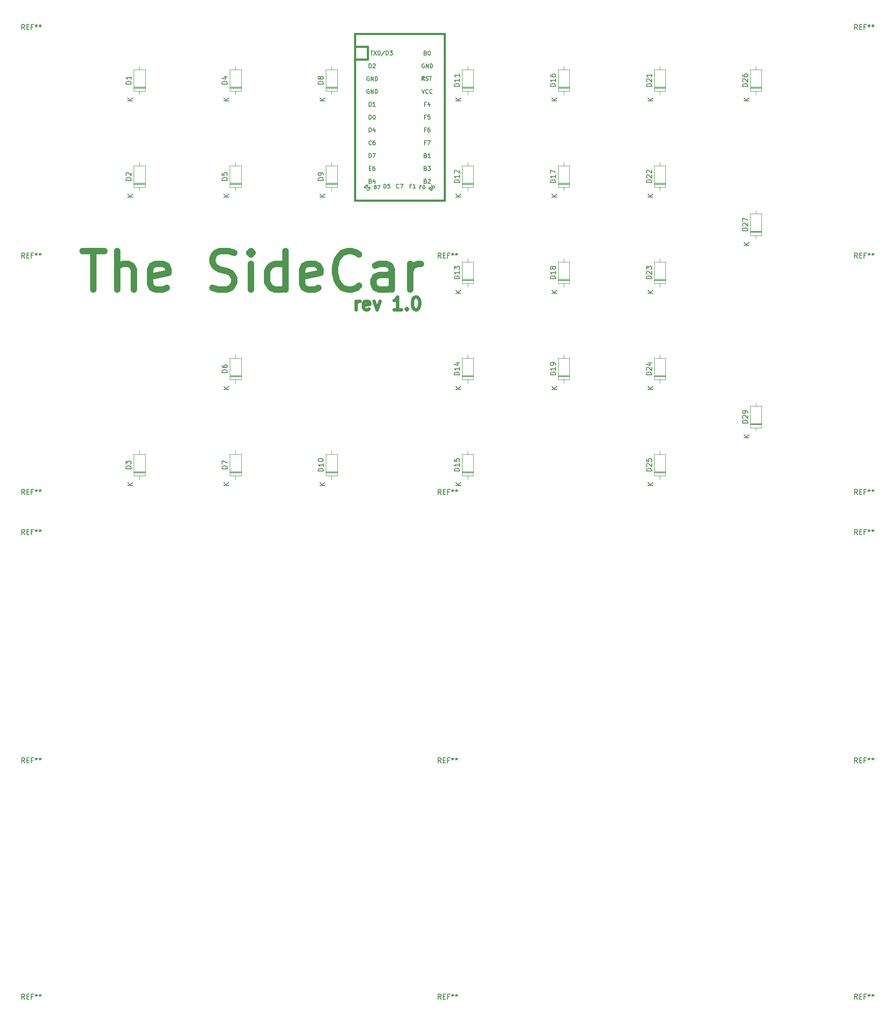
<source format=gbr>
G04 #@! TF.GenerationSoftware,KiCad,Pcbnew,(5.1.5)-3*
G04 #@! TF.CreationDate,2020-05-03T20:55:52-04:00*
G04 #@! TF.ProjectId,SideCar1.0,53696465-4361-4723-912e-302e6b696361,rev?*
G04 #@! TF.SameCoordinates,Original*
G04 #@! TF.FileFunction,Legend,Top*
G04 #@! TF.FilePolarity,Positive*
%FSLAX46Y46*%
G04 Gerber Fmt 4.6, Leading zero omitted, Abs format (unit mm)*
G04 Created by KiCad (PCBNEW (5.1.5)-3) date 2020-05-03 20:55:52*
%MOMM*%
%LPD*%
G04 APERTURE LIST*
%ADD10C,0.635000*%
%ADD11C,1.270000*%
%ADD12C,0.381000*%
%ADD13C,0.150000*%
%ADD14C,0.120000*%
G04 APERTURE END LIST*
D10*
X192208452Y-150374047D02*
X192208452Y-148680714D01*
X192208452Y-149164523D02*
X192329404Y-148922619D01*
X192450357Y-148801666D01*
X192692261Y-148680714D01*
X192934166Y-148680714D01*
X194748452Y-150253095D02*
X194506547Y-150374047D01*
X194022738Y-150374047D01*
X193780833Y-150253095D01*
X193659880Y-150011190D01*
X193659880Y-149043571D01*
X193780833Y-148801666D01*
X194022738Y-148680714D01*
X194506547Y-148680714D01*
X194748452Y-148801666D01*
X194869404Y-149043571D01*
X194869404Y-149285476D01*
X193659880Y-149527380D01*
X195716071Y-148680714D02*
X196320833Y-150374047D01*
X196925595Y-148680714D01*
X201158928Y-150374047D02*
X199707500Y-150374047D01*
X200433214Y-150374047D02*
X200433214Y-147834047D01*
X200191309Y-148196904D01*
X199949404Y-148438809D01*
X199707500Y-148559761D01*
X202247500Y-150132142D02*
X202368452Y-150253095D01*
X202247500Y-150374047D01*
X202126547Y-150253095D01*
X202247500Y-150132142D01*
X202247500Y-150374047D01*
X203940833Y-147834047D02*
X204182738Y-147834047D01*
X204424642Y-147955000D01*
X204545595Y-148075952D01*
X204666547Y-148317857D01*
X204787500Y-148801666D01*
X204787500Y-149406428D01*
X204666547Y-149890238D01*
X204545595Y-150132142D01*
X204424642Y-150253095D01*
X204182738Y-150374047D01*
X203940833Y-150374047D01*
X203698928Y-150253095D01*
X203577976Y-150132142D01*
X203457023Y-149890238D01*
X203336071Y-149406428D01*
X203336071Y-148801666D01*
X203457023Y-148317857D01*
X203577976Y-148075952D01*
X203698928Y-147955000D01*
X203940833Y-147834047D01*
D11*
X137885714Y-138702142D02*
X142240000Y-138702142D01*
X140062857Y-146322142D02*
X140062857Y-138702142D01*
X144780000Y-146322142D02*
X144780000Y-138702142D01*
X148045714Y-146322142D02*
X148045714Y-142330714D01*
X147682857Y-141605000D01*
X146957142Y-141242142D01*
X145868571Y-141242142D01*
X145142857Y-141605000D01*
X144780000Y-141967857D01*
X154577142Y-145959285D02*
X153851428Y-146322142D01*
X152400000Y-146322142D01*
X151674285Y-145959285D01*
X151311428Y-145233571D01*
X151311428Y-142330714D01*
X151674285Y-141605000D01*
X152400000Y-141242142D01*
X153851428Y-141242142D01*
X154577142Y-141605000D01*
X154940000Y-142330714D01*
X154940000Y-143056428D01*
X151311428Y-143782142D01*
X163648571Y-145959285D02*
X164737142Y-146322142D01*
X166551428Y-146322142D01*
X167277142Y-145959285D01*
X167640000Y-145596428D01*
X168002857Y-144870714D01*
X168002857Y-144145000D01*
X167640000Y-143419285D01*
X167277142Y-143056428D01*
X166551428Y-142693571D01*
X165100000Y-142330714D01*
X164374285Y-141967857D01*
X164011428Y-141605000D01*
X163648571Y-140879285D01*
X163648571Y-140153571D01*
X164011428Y-139427857D01*
X164374285Y-139065000D01*
X165100000Y-138702142D01*
X166914285Y-138702142D01*
X168002857Y-139065000D01*
X171268571Y-146322142D02*
X171268571Y-141242142D01*
X171268571Y-138702142D02*
X170905714Y-139065000D01*
X171268571Y-139427857D01*
X171631428Y-139065000D01*
X171268571Y-138702142D01*
X171268571Y-139427857D01*
X178162857Y-146322142D02*
X178162857Y-138702142D01*
X178162857Y-145959285D02*
X177437142Y-146322142D01*
X175985714Y-146322142D01*
X175260000Y-145959285D01*
X174897142Y-145596428D01*
X174534285Y-144870714D01*
X174534285Y-142693571D01*
X174897142Y-141967857D01*
X175260000Y-141605000D01*
X175985714Y-141242142D01*
X177437142Y-141242142D01*
X178162857Y-141605000D01*
X184694285Y-145959285D02*
X183968571Y-146322142D01*
X182517142Y-146322142D01*
X181791428Y-145959285D01*
X181428571Y-145233571D01*
X181428571Y-142330714D01*
X181791428Y-141605000D01*
X182517142Y-141242142D01*
X183968571Y-141242142D01*
X184694285Y-141605000D01*
X185057142Y-142330714D01*
X185057142Y-143056428D01*
X181428571Y-143782142D01*
X192677142Y-145596428D02*
X192314285Y-145959285D01*
X191225714Y-146322142D01*
X190500000Y-146322142D01*
X189411428Y-145959285D01*
X188685714Y-145233571D01*
X188322857Y-144507857D01*
X187960000Y-143056428D01*
X187960000Y-141967857D01*
X188322857Y-140516428D01*
X188685714Y-139790714D01*
X189411428Y-139065000D01*
X190500000Y-138702142D01*
X191225714Y-138702142D01*
X192314285Y-139065000D01*
X192677142Y-139427857D01*
X199208571Y-146322142D02*
X199208571Y-142330714D01*
X198845714Y-141605000D01*
X198120000Y-141242142D01*
X196668571Y-141242142D01*
X195942857Y-141605000D01*
X199208571Y-145959285D02*
X198482857Y-146322142D01*
X196668571Y-146322142D01*
X195942857Y-145959285D01*
X195580000Y-145233571D01*
X195580000Y-144507857D01*
X195942857Y-143782142D01*
X196668571Y-143419285D01*
X198482857Y-143419285D01*
X199208571Y-143056428D01*
X202837142Y-146322142D02*
X202837142Y-141242142D01*
X202837142Y-142693571D02*
X203200000Y-141967857D01*
X203562857Y-141605000D01*
X204288571Y-141242142D01*
X205014285Y-141242142D01*
D12*
X191928750Y-98266250D02*
X191928750Y-128746250D01*
X191928750Y-128746250D02*
X209708750Y-128746250D01*
X209708750Y-128746250D02*
X209708750Y-98266250D01*
X194468750Y-98266250D02*
X194468750Y-100806250D01*
X194468750Y-100806250D02*
X191928750Y-100806250D01*
D13*
G36*
X205750318Y-104145610D02*
G01*
X205750318Y-104445610D01*
X205650318Y-104445610D01*
X205650318Y-104145610D01*
X205750318Y-104145610D01*
G37*
X205750318Y-104145610D02*
X205750318Y-104445610D01*
X205650318Y-104445610D01*
X205650318Y-104145610D01*
X205750318Y-104145610D01*
G36*
X205550318Y-104545610D02*
G01*
X205550318Y-104645610D01*
X205450318Y-104645610D01*
X205450318Y-104545610D01*
X205550318Y-104545610D01*
G37*
X205550318Y-104545610D02*
X205550318Y-104645610D01*
X205450318Y-104645610D01*
X205450318Y-104545610D01*
X205550318Y-104545610D01*
G36*
X205750318Y-104145610D02*
G01*
X205750318Y-104245610D01*
X205250318Y-104245610D01*
X205250318Y-104145610D01*
X205750318Y-104145610D01*
G37*
X205750318Y-104145610D02*
X205750318Y-104245610D01*
X205250318Y-104245610D01*
X205250318Y-104145610D01*
X205750318Y-104145610D01*
G36*
X205350318Y-104145610D02*
G01*
X205350318Y-104945610D01*
X205250318Y-104945610D01*
X205250318Y-104145610D01*
X205350318Y-104145610D01*
G37*
X205350318Y-104145610D02*
X205350318Y-104945610D01*
X205250318Y-104945610D01*
X205250318Y-104145610D01*
X205350318Y-104145610D01*
G36*
X205750318Y-104745610D02*
G01*
X205750318Y-104945610D01*
X205650318Y-104945610D01*
X205650318Y-104745610D01*
X205750318Y-104745610D01*
G37*
X205750318Y-104745610D02*
X205750318Y-104945610D01*
X205650318Y-104945610D01*
X205650318Y-104745610D01*
X205750318Y-104745610D01*
D12*
X209708750Y-98266250D02*
X209708750Y-95726250D01*
X209708750Y-95726250D02*
X191928750Y-95726250D01*
X191928750Y-95726250D02*
X191928750Y-98266250D01*
X194468750Y-98266250D02*
X191928750Y-98266250D01*
D14*
X270342500Y-173128750D02*
X272582500Y-173128750D01*
X270342500Y-172888750D02*
X272582500Y-172888750D01*
X270342500Y-173008750D02*
X272582500Y-173008750D01*
X271462500Y-168838750D02*
X271462500Y-169488750D01*
X271462500Y-174378750D02*
X271462500Y-173728750D01*
X270342500Y-169488750D02*
X270342500Y-173728750D01*
X272582500Y-169488750D02*
X270342500Y-169488750D01*
X272582500Y-173728750D02*
X272582500Y-169488750D01*
X270342500Y-173728750D02*
X272582500Y-173728750D01*
X270342500Y-135028750D02*
X272582500Y-135028750D01*
X270342500Y-134788750D02*
X272582500Y-134788750D01*
X270342500Y-134908750D02*
X272582500Y-134908750D01*
X271462500Y-130738750D02*
X271462500Y-131388750D01*
X271462500Y-136278750D02*
X271462500Y-135628750D01*
X270342500Y-131388750D02*
X270342500Y-135628750D01*
X272582500Y-131388750D02*
X270342500Y-131388750D01*
X272582500Y-135628750D02*
X272582500Y-131388750D01*
X270342500Y-135628750D02*
X272582500Y-135628750D01*
X270342500Y-106453750D02*
X272582500Y-106453750D01*
X270342500Y-106213750D02*
X272582500Y-106213750D01*
X270342500Y-106333750D02*
X272582500Y-106333750D01*
X271462500Y-102163750D02*
X271462500Y-102813750D01*
X271462500Y-107703750D02*
X271462500Y-107053750D01*
X270342500Y-102813750D02*
X270342500Y-107053750D01*
X272582500Y-102813750D02*
X270342500Y-102813750D01*
X272582500Y-107053750D02*
X272582500Y-102813750D01*
X270342500Y-107053750D02*
X272582500Y-107053750D01*
X251292500Y-182653750D02*
X253532500Y-182653750D01*
X251292500Y-182413750D02*
X253532500Y-182413750D01*
X251292500Y-182533750D02*
X253532500Y-182533750D01*
X252412500Y-178363750D02*
X252412500Y-179013750D01*
X252412500Y-183903750D02*
X252412500Y-183253750D01*
X251292500Y-179013750D02*
X251292500Y-183253750D01*
X253532500Y-179013750D02*
X251292500Y-179013750D01*
X253532500Y-183253750D02*
X253532500Y-179013750D01*
X251292500Y-183253750D02*
X253532500Y-183253750D01*
X251292500Y-163603750D02*
X253532500Y-163603750D01*
X251292500Y-163363750D02*
X253532500Y-163363750D01*
X251292500Y-163483750D02*
X253532500Y-163483750D01*
X252412500Y-159313750D02*
X252412500Y-159963750D01*
X252412500Y-164853750D02*
X252412500Y-164203750D01*
X251292500Y-159963750D02*
X251292500Y-164203750D01*
X253532500Y-159963750D02*
X251292500Y-159963750D01*
X253532500Y-164203750D02*
X253532500Y-159963750D01*
X251292500Y-164203750D02*
X253532500Y-164203750D01*
X251292500Y-144553750D02*
X253532500Y-144553750D01*
X251292500Y-144313750D02*
X253532500Y-144313750D01*
X251292500Y-144433750D02*
X253532500Y-144433750D01*
X252412500Y-140263750D02*
X252412500Y-140913750D01*
X252412500Y-145803750D02*
X252412500Y-145153750D01*
X251292500Y-140913750D02*
X251292500Y-145153750D01*
X253532500Y-140913750D02*
X251292500Y-140913750D01*
X253532500Y-145153750D02*
X253532500Y-140913750D01*
X251292500Y-145153750D02*
X253532500Y-145153750D01*
X251292500Y-125503750D02*
X253532500Y-125503750D01*
X251292500Y-125263750D02*
X253532500Y-125263750D01*
X251292500Y-125383750D02*
X253532500Y-125383750D01*
X252412500Y-121213750D02*
X252412500Y-121863750D01*
X252412500Y-126753750D02*
X252412500Y-126103750D01*
X251292500Y-121863750D02*
X251292500Y-126103750D01*
X253532500Y-121863750D02*
X251292500Y-121863750D01*
X253532500Y-126103750D02*
X253532500Y-121863750D01*
X251292500Y-126103750D02*
X253532500Y-126103750D01*
X251292500Y-106453750D02*
X253532500Y-106453750D01*
X251292500Y-106213750D02*
X253532500Y-106213750D01*
X251292500Y-106333750D02*
X253532500Y-106333750D01*
X252412500Y-102163750D02*
X252412500Y-102813750D01*
X252412500Y-107703750D02*
X252412500Y-107053750D01*
X251292500Y-102813750D02*
X251292500Y-107053750D01*
X253532500Y-102813750D02*
X251292500Y-102813750D01*
X253532500Y-107053750D02*
X253532500Y-102813750D01*
X251292500Y-107053750D02*
X253532500Y-107053750D01*
X232242500Y-163603750D02*
X234482500Y-163603750D01*
X232242500Y-163363750D02*
X234482500Y-163363750D01*
X232242500Y-163483750D02*
X234482500Y-163483750D01*
X233362500Y-159313750D02*
X233362500Y-159963750D01*
X233362500Y-164853750D02*
X233362500Y-164203750D01*
X232242500Y-159963750D02*
X232242500Y-164203750D01*
X234482500Y-159963750D02*
X232242500Y-159963750D01*
X234482500Y-164203750D02*
X234482500Y-159963750D01*
X232242500Y-164203750D02*
X234482500Y-164203750D01*
X232242500Y-144553750D02*
X234482500Y-144553750D01*
X232242500Y-144313750D02*
X234482500Y-144313750D01*
X232242500Y-144433750D02*
X234482500Y-144433750D01*
X233362500Y-140263750D02*
X233362500Y-140913750D01*
X233362500Y-145803750D02*
X233362500Y-145153750D01*
X232242500Y-140913750D02*
X232242500Y-145153750D01*
X234482500Y-140913750D02*
X232242500Y-140913750D01*
X234482500Y-145153750D02*
X234482500Y-140913750D01*
X232242500Y-145153750D02*
X234482500Y-145153750D01*
X232242500Y-125503750D02*
X234482500Y-125503750D01*
X232242500Y-125263750D02*
X234482500Y-125263750D01*
X232242500Y-125383750D02*
X234482500Y-125383750D01*
X233362500Y-121213750D02*
X233362500Y-121863750D01*
X233362500Y-126753750D02*
X233362500Y-126103750D01*
X232242500Y-121863750D02*
X232242500Y-126103750D01*
X234482500Y-121863750D02*
X232242500Y-121863750D01*
X234482500Y-126103750D02*
X234482500Y-121863750D01*
X232242500Y-126103750D02*
X234482500Y-126103750D01*
X232242500Y-106453750D02*
X234482500Y-106453750D01*
X232242500Y-106213750D02*
X234482500Y-106213750D01*
X232242500Y-106333750D02*
X234482500Y-106333750D01*
X233362500Y-102163750D02*
X233362500Y-102813750D01*
X233362500Y-107703750D02*
X233362500Y-107053750D01*
X232242500Y-102813750D02*
X232242500Y-107053750D01*
X234482500Y-102813750D02*
X232242500Y-102813750D01*
X234482500Y-107053750D02*
X234482500Y-102813750D01*
X232242500Y-107053750D02*
X234482500Y-107053750D01*
X213192500Y-182653750D02*
X215432500Y-182653750D01*
X213192500Y-182413750D02*
X215432500Y-182413750D01*
X213192500Y-182533750D02*
X215432500Y-182533750D01*
X214312500Y-178363750D02*
X214312500Y-179013750D01*
X214312500Y-183903750D02*
X214312500Y-183253750D01*
X213192500Y-179013750D02*
X213192500Y-183253750D01*
X215432500Y-179013750D02*
X213192500Y-179013750D01*
X215432500Y-183253750D02*
X215432500Y-179013750D01*
X213192500Y-183253750D02*
X215432500Y-183253750D01*
X213192500Y-163603750D02*
X215432500Y-163603750D01*
X213192500Y-163363750D02*
X215432500Y-163363750D01*
X213192500Y-163483750D02*
X215432500Y-163483750D01*
X214312500Y-159313750D02*
X214312500Y-159963750D01*
X214312500Y-164853750D02*
X214312500Y-164203750D01*
X213192500Y-159963750D02*
X213192500Y-164203750D01*
X215432500Y-159963750D02*
X213192500Y-159963750D01*
X215432500Y-164203750D02*
X215432500Y-159963750D01*
X213192500Y-164203750D02*
X215432500Y-164203750D01*
X213192500Y-144553750D02*
X215432500Y-144553750D01*
X213192500Y-144313750D02*
X215432500Y-144313750D01*
X213192500Y-144433750D02*
X215432500Y-144433750D01*
X214312500Y-140263750D02*
X214312500Y-140913750D01*
X214312500Y-145803750D02*
X214312500Y-145153750D01*
X213192500Y-140913750D02*
X213192500Y-145153750D01*
X215432500Y-140913750D02*
X213192500Y-140913750D01*
X215432500Y-145153750D02*
X215432500Y-140913750D01*
X213192500Y-145153750D02*
X215432500Y-145153750D01*
X213192500Y-125503750D02*
X215432500Y-125503750D01*
X213192500Y-125263750D02*
X215432500Y-125263750D01*
X213192500Y-125383750D02*
X215432500Y-125383750D01*
X214312500Y-121213750D02*
X214312500Y-121863750D01*
X214312500Y-126753750D02*
X214312500Y-126103750D01*
X213192500Y-121863750D02*
X213192500Y-126103750D01*
X215432500Y-121863750D02*
X213192500Y-121863750D01*
X215432500Y-126103750D02*
X215432500Y-121863750D01*
X213192500Y-126103750D02*
X215432500Y-126103750D01*
X213192500Y-106453750D02*
X215432500Y-106453750D01*
X213192500Y-106213750D02*
X215432500Y-106213750D01*
X213192500Y-106333750D02*
X215432500Y-106333750D01*
X214312500Y-102163750D02*
X214312500Y-102813750D01*
X214312500Y-107703750D02*
X214312500Y-107053750D01*
X213192500Y-102813750D02*
X213192500Y-107053750D01*
X215432500Y-102813750D02*
X213192500Y-102813750D01*
X215432500Y-107053750D02*
X215432500Y-102813750D01*
X213192500Y-107053750D02*
X215432500Y-107053750D01*
X186205000Y-182653750D02*
X188445000Y-182653750D01*
X186205000Y-182413750D02*
X188445000Y-182413750D01*
X186205000Y-182533750D02*
X188445000Y-182533750D01*
X187325000Y-178363750D02*
X187325000Y-179013750D01*
X187325000Y-183903750D02*
X187325000Y-183253750D01*
X186205000Y-179013750D02*
X186205000Y-183253750D01*
X188445000Y-179013750D02*
X186205000Y-179013750D01*
X188445000Y-183253750D02*
X188445000Y-179013750D01*
X186205000Y-183253750D02*
X188445000Y-183253750D01*
X186205000Y-125503750D02*
X188445000Y-125503750D01*
X186205000Y-125263750D02*
X188445000Y-125263750D01*
X186205000Y-125383750D02*
X188445000Y-125383750D01*
X187325000Y-121213750D02*
X187325000Y-121863750D01*
X187325000Y-126753750D02*
X187325000Y-126103750D01*
X186205000Y-121863750D02*
X186205000Y-126103750D01*
X188445000Y-121863750D02*
X186205000Y-121863750D01*
X188445000Y-126103750D02*
X188445000Y-121863750D01*
X186205000Y-126103750D02*
X188445000Y-126103750D01*
X186205000Y-106453750D02*
X188445000Y-106453750D01*
X186205000Y-106213750D02*
X188445000Y-106213750D01*
X186205000Y-106333750D02*
X188445000Y-106333750D01*
X187325000Y-102163750D02*
X187325000Y-102813750D01*
X187325000Y-107703750D02*
X187325000Y-107053750D01*
X186205000Y-102813750D02*
X186205000Y-107053750D01*
X188445000Y-102813750D02*
X186205000Y-102813750D01*
X188445000Y-107053750D02*
X188445000Y-102813750D01*
X186205000Y-107053750D02*
X188445000Y-107053750D01*
X167155000Y-182653750D02*
X169395000Y-182653750D01*
X167155000Y-182413750D02*
X169395000Y-182413750D01*
X167155000Y-182533750D02*
X169395000Y-182533750D01*
X168275000Y-178363750D02*
X168275000Y-179013750D01*
X168275000Y-183903750D02*
X168275000Y-183253750D01*
X167155000Y-179013750D02*
X167155000Y-183253750D01*
X169395000Y-179013750D02*
X167155000Y-179013750D01*
X169395000Y-183253750D02*
X169395000Y-179013750D01*
X167155000Y-183253750D02*
X169395000Y-183253750D01*
X167155000Y-163603750D02*
X169395000Y-163603750D01*
X167155000Y-163363750D02*
X169395000Y-163363750D01*
X167155000Y-163483750D02*
X169395000Y-163483750D01*
X168275000Y-159313750D02*
X168275000Y-159963750D01*
X168275000Y-164853750D02*
X168275000Y-164203750D01*
X167155000Y-159963750D02*
X167155000Y-164203750D01*
X169395000Y-159963750D02*
X167155000Y-159963750D01*
X169395000Y-164203750D02*
X169395000Y-159963750D01*
X167155000Y-164203750D02*
X169395000Y-164203750D01*
X167155000Y-125503750D02*
X169395000Y-125503750D01*
X167155000Y-125263750D02*
X169395000Y-125263750D01*
X167155000Y-125383750D02*
X169395000Y-125383750D01*
X168275000Y-121213750D02*
X168275000Y-121863750D01*
X168275000Y-126753750D02*
X168275000Y-126103750D01*
X167155000Y-121863750D02*
X167155000Y-126103750D01*
X169395000Y-121863750D02*
X167155000Y-121863750D01*
X169395000Y-126103750D02*
X169395000Y-121863750D01*
X167155000Y-126103750D02*
X169395000Y-126103750D01*
X167155000Y-106453750D02*
X169395000Y-106453750D01*
X167155000Y-106213750D02*
X169395000Y-106213750D01*
X167155000Y-106333750D02*
X169395000Y-106333750D01*
X168275000Y-102163750D02*
X168275000Y-102813750D01*
X168275000Y-107703750D02*
X168275000Y-107053750D01*
X167155000Y-102813750D02*
X167155000Y-107053750D01*
X169395000Y-102813750D02*
X167155000Y-102813750D01*
X169395000Y-107053750D02*
X169395000Y-102813750D01*
X167155000Y-107053750D02*
X169395000Y-107053750D01*
X148105000Y-182653750D02*
X150345000Y-182653750D01*
X148105000Y-182413750D02*
X150345000Y-182413750D01*
X148105000Y-182533750D02*
X150345000Y-182533750D01*
X149225000Y-178363750D02*
X149225000Y-179013750D01*
X149225000Y-183903750D02*
X149225000Y-183253750D01*
X148105000Y-179013750D02*
X148105000Y-183253750D01*
X150345000Y-179013750D02*
X148105000Y-179013750D01*
X150345000Y-183253750D02*
X150345000Y-179013750D01*
X148105000Y-183253750D02*
X150345000Y-183253750D01*
X148105000Y-125503750D02*
X150345000Y-125503750D01*
X148105000Y-125263750D02*
X150345000Y-125263750D01*
X148105000Y-125383750D02*
X150345000Y-125383750D01*
X149225000Y-121213750D02*
X149225000Y-121863750D01*
X149225000Y-126753750D02*
X149225000Y-126103750D01*
X148105000Y-121863750D02*
X148105000Y-126103750D01*
X150345000Y-121863750D02*
X148105000Y-121863750D01*
X150345000Y-126103750D02*
X150345000Y-121863750D01*
X148105000Y-126103750D02*
X150345000Y-126103750D01*
X148105000Y-106453750D02*
X150345000Y-106453750D01*
X148105000Y-106213750D02*
X150345000Y-106213750D01*
X148105000Y-106333750D02*
X150345000Y-106333750D01*
X149225000Y-102163750D02*
X149225000Y-102813750D01*
X149225000Y-107703750D02*
X149225000Y-107053750D01*
X148105000Y-102813750D02*
X148105000Y-107053750D01*
X150345000Y-102813750D02*
X148105000Y-102813750D01*
X150345000Y-107053750D02*
X150345000Y-102813750D01*
X148105000Y-107053750D02*
X150345000Y-107053750D01*
D13*
X291560416Y-240139880D02*
X291227083Y-239663690D01*
X290988988Y-240139880D02*
X290988988Y-239139880D01*
X291369940Y-239139880D01*
X291465178Y-239187500D01*
X291512797Y-239235119D01*
X291560416Y-239330357D01*
X291560416Y-239473214D01*
X291512797Y-239568452D01*
X291465178Y-239616071D01*
X291369940Y-239663690D01*
X290988988Y-239663690D01*
X291988988Y-239616071D02*
X292322321Y-239616071D01*
X292465178Y-240139880D02*
X291988988Y-240139880D01*
X291988988Y-239139880D01*
X292465178Y-239139880D01*
X293227083Y-239616071D02*
X292893750Y-239616071D01*
X292893750Y-240139880D02*
X292893750Y-239139880D01*
X293369940Y-239139880D01*
X293893750Y-239139880D02*
X293893750Y-239377976D01*
X293655654Y-239282738D02*
X293893750Y-239377976D01*
X294131845Y-239282738D01*
X293750892Y-239568452D02*
X293893750Y-239377976D01*
X294036607Y-239568452D01*
X294655654Y-239139880D02*
X294655654Y-239377976D01*
X294417559Y-239282738D02*
X294655654Y-239377976D01*
X294893750Y-239282738D01*
X294512797Y-239568452D02*
X294655654Y-239377976D01*
X294798511Y-239568452D01*
X126460416Y-194896130D02*
X126127083Y-194419940D01*
X125888988Y-194896130D02*
X125888988Y-193896130D01*
X126269940Y-193896130D01*
X126365178Y-193943750D01*
X126412797Y-193991369D01*
X126460416Y-194086607D01*
X126460416Y-194229464D01*
X126412797Y-194324702D01*
X126365178Y-194372321D01*
X126269940Y-194419940D01*
X125888988Y-194419940D01*
X126888988Y-194372321D02*
X127222321Y-194372321D01*
X127365178Y-194896130D02*
X126888988Y-194896130D01*
X126888988Y-193896130D01*
X127365178Y-193896130D01*
X128127083Y-194372321D02*
X127793750Y-194372321D01*
X127793750Y-194896130D02*
X127793750Y-193896130D01*
X128269940Y-193896130D01*
X128793750Y-193896130D02*
X128793750Y-194134226D01*
X128555654Y-194038988D02*
X128793750Y-194134226D01*
X129031845Y-194038988D01*
X128650892Y-194324702D02*
X128793750Y-194134226D01*
X128936607Y-194324702D01*
X129555654Y-193896130D02*
X129555654Y-194134226D01*
X129317559Y-194038988D02*
X129555654Y-194134226D01*
X129793750Y-194038988D01*
X129412797Y-194324702D02*
X129555654Y-194134226D01*
X129698511Y-194324702D01*
X291560416Y-286971130D02*
X291227083Y-286494940D01*
X290988988Y-286971130D02*
X290988988Y-285971130D01*
X291369940Y-285971130D01*
X291465178Y-286018750D01*
X291512797Y-286066369D01*
X291560416Y-286161607D01*
X291560416Y-286304464D01*
X291512797Y-286399702D01*
X291465178Y-286447321D01*
X291369940Y-286494940D01*
X290988988Y-286494940D01*
X291988988Y-286447321D02*
X292322321Y-286447321D01*
X292465178Y-286971130D02*
X291988988Y-286971130D01*
X291988988Y-285971130D01*
X292465178Y-285971130D01*
X293227083Y-286447321D02*
X292893750Y-286447321D01*
X292893750Y-286971130D02*
X292893750Y-285971130D01*
X293369940Y-285971130D01*
X293893750Y-285971130D02*
X293893750Y-286209226D01*
X293655654Y-286113988D02*
X293893750Y-286209226D01*
X294131845Y-286113988D01*
X293750892Y-286399702D02*
X293893750Y-286209226D01*
X294036607Y-286399702D01*
X294655654Y-285971130D02*
X294655654Y-286209226D01*
X294417559Y-286113988D02*
X294655654Y-286209226D01*
X294893750Y-286113988D01*
X294512797Y-286399702D02*
X294655654Y-286209226D01*
X294798511Y-286399702D01*
X209010416Y-240139880D02*
X208677083Y-239663690D01*
X208438988Y-240139880D02*
X208438988Y-239139880D01*
X208819940Y-239139880D01*
X208915178Y-239187500D01*
X208962797Y-239235119D01*
X209010416Y-239330357D01*
X209010416Y-239473214D01*
X208962797Y-239568452D01*
X208915178Y-239616071D01*
X208819940Y-239663690D01*
X208438988Y-239663690D01*
X209438988Y-239616071D02*
X209772321Y-239616071D01*
X209915178Y-240139880D02*
X209438988Y-240139880D01*
X209438988Y-239139880D01*
X209915178Y-239139880D01*
X210677083Y-239616071D02*
X210343750Y-239616071D01*
X210343750Y-240139880D02*
X210343750Y-239139880D01*
X210819940Y-239139880D01*
X211343750Y-239139880D02*
X211343750Y-239377976D01*
X211105654Y-239282738D02*
X211343750Y-239377976D01*
X211581845Y-239282738D01*
X211200892Y-239568452D02*
X211343750Y-239377976D01*
X211486607Y-239568452D01*
X212105654Y-239139880D02*
X212105654Y-239377976D01*
X211867559Y-239282738D02*
X212105654Y-239377976D01*
X212343750Y-239282738D01*
X211962797Y-239568452D02*
X212105654Y-239377976D01*
X212248511Y-239568452D01*
X291560416Y-194896130D02*
X291227083Y-194419940D01*
X290988988Y-194896130D02*
X290988988Y-193896130D01*
X291369940Y-193896130D01*
X291465178Y-193943750D01*
X291512797Y-193991369D01*
X291560416Y-194086607D01*
X291560416Y-194229464D01*
X291512797Y-194324702D01*
X291465178Y-194372321D01*
X291369940Y-194419940D01*
X290988988Y-194419940D01*
X291988988Y-194372321D02*
X292322321Y-194372321D01*
X292465178Y-194896130D02*
X291988988Y-194896130D01*
X291988988Y-193896130D01*
X292465178Y-193896130D01*
X293227083Y-194372321D02*
X292893750Y-194372321D01*
X292893750Y-194896130D02*
X292893750Y-193896130D01*
X293369940Y-193896130D01*
X293893750Y-193896130D02*
X293893750Y-194134226D01*
X293655654Y-194038988D02*
X293893750Y-194134226D01*
X294131845Y-194038988D01*
X293750892Y-194324702D02*
X293893750Y-194134226D01*
X294036607Y-194324702D01*
X294655654Y-193896130D02*
X294655654Y-194134226D01*
X294417559Y-194038988D02*
X294655654Y-194134226D01*
X294893750Y-194038988D01*
X294512797Y-194324702D02*
X294655654Y-194134226D01*
X294798511Y-194324702D01*
X126460416Y-286971130D02*
X126127083Y-286494940D01*
X125888988Y-286971130D02*
X125888988Y-285971130D01*
X126269940Y-285971130D01*
X126365178Y-286018750D01*
X126412797Y-286066369D01*
X126460416Y-286161607D01*
X126460416Y-286304464D01*
X126412797Y-286399702D01*
X126365178Y-286447321D01*
X126269940Y-286494940D01*
X125888988Y-286494940D01*
X126888988Y-286447321D02*
X127222321Y-286447321D01*
X127365178Y-286971130D02*
X126888988Y-286971130D01*
X126888988Y-285971130D01*
X127365178Y-285971130D01*
X128127083Y-286447321D02*
X127793750Y-286447321D01*
X127793750Y-286971130D02*
X127793750Y-285971130D01*
X128269940Y-285971130D01*
X128793750Y-285971130D02*
X128793750Y-286209226D01*
X128555654Y-286113988D02*
X128793750Y-286209226D01*
X129031845Y-286113988D01*
X128650892Y-286399702D02*
X128793750Y-286209226D01*
X128936607Y-286399702D01*
X129555654Y-285971130D02*
X129555654Y-286209226D01*
X129317559Y-286113988D02*
X129555654Y-286209226D01*
X129793750Y-286113988D01*
X129412797Y-286399702D02*
X129555654Y-286209226D01*
X129698511Y-286399702D01*
X126460416Y-240139880D02*
X126127083Y-239663690D01*
X125888988Y-240139880D02*
X125888988Y-239139880D01*
X126269940Y-239139880D01*
X126365178Y-239187500D01*
X126412797Y-239235119D01*
X126460416Y-239330357D01*
X126460416Y-239473214D01*
X126412797Y-239568452D01*
X126365178Y-239616071D01*
X126269940Y-239663690D01*
X125888988Y-239663690D01*
X126888988Y-239616071D02*
X127222321Y-239616071D01*
X127365178Y-240139880D02*
X126888988Y-240139880D01*
X126888988Y-239139880D01*
X127365178Y-239139880D01*
X128127083Y-239616071D02*
X127793750Y-239616071D01*
X127793750Y-240139880D02*
X127793750Y-239139880D01*
X128269940Y-239139880D01*
X128793750Y-239139880D02*
X128793750Y-239377976D01*
X128555654Y-239282738D02*
X128793750Y-239377976D01*
X129031845Y-239282738D01*
X128650892Y-239568452D02*
X128793750Y-239377976D01*
X128936607Y-239568452D01*
X129555654Y-239139880D02*
X129555654Y-239377976D01*
X129317559Y-239282738D02*
X129555654Y-239377976D01*
X129793750Y-239282738D01*
X129412797Y-239568452D02*
X129555654Y-239377976D01*
X129698511Y-239568452D01*
X209010416Y-286971130D02*
X208677083Y-286494940D01*
X208438988Y-286971130D02*
X208438988Y-285971130D01*
X208819940Y-285971130D01*
X208915178Y-286018750D01*
X208962797Y-286066369D01*
X209010416Y-286161607D01*
X209010416Y-286304464D01*
X208962797Y-286399702D01*
X208915178Y-286447321D01*
X208819940Y-286494940D01*
X208438988Y-286494940D01*
X209438988Y-286447321D02*
X209772321Y-286447321D01*
X209915178Y-286971130D02*
X209438988Y-286971130D01*
X209438988Y-285971130D01*
X209915178Y-285971130D01*
X210677083Y-286447321D02*
X210343750Y-286447321D01*
X210343750Y-286971130D02*
X210343750Y-285971130D01*
X210819940Y-285971130D01*
X211343750Y-285971130D02*
X211343750Y-286209226D01*
X211105654Y-286113988D02*
X211343750Y-286209226D01*
X211581845Y-286113988D01*
X211200892Y-286399702D02*
X211343750Y-286209226D01*
X211486607Y-286399702D01*
X212105654Y-285971130D02*
X212105654Y-286209226D01*
X211867559Y-286113988D02*
X212105654Y-286209226D01*
X212343750Y-286113988D01*
X211962797Y-286399702D02*
X212105654Y-286209226D01*
X212248511Y-286399702D01*
X291560416Y-140127380D02*
X291227083Y-139651190D01*
X290988988Y-140127380D02*
X290988988Y-139127380D01*
X291369940Y-139127380D01*
X291465178Y-139175000D01*
X291512797Y-139222619D01*
X291560416Y-139317857D01*
X291560416Y-139460714D01*
X291512797Y-139555952D01*
X291465178Y-139603571D01*
X291369940Y-139651190D01*
X290988988Y-139651190D01*
X291988988Y-139603571D02*
X292322321Y-139603571D01*
X292465178Y-140127380D02*
X291988988Y-140127380D01*
X291988988Y-139127380D01*
X292465178Y-139127380D01*
X293227083Y-139603571D02*
X292893750Y-139603571D01*
X292893750Y-140127380D02*
X292893750Y-139127380D01*
X293369940Y-139127380D01*
X293893750Y-139127380D02*
X293893750Y-139365476D01*
X293655654Y-139270238D02*
X293893750Y-139365476D01*
X294131845Y-139270238D01*
X293750892Y-139555952D02*
X293893750Y-139365476D01*
X294036607Y-139555952D01*
X294655654Y-139127380D02*
X294655654Y-139365476D01*
X294417559Y-139270238D02*
X294655654Y-139365476D01*
X294893750Y-139270238D01*
X294512797Y-139555952D02*
X294655654Y-139365476D01*
X294798511Y-139555952D01*
X209010416Y-186958630D02*
X208677083Y-186482440D01*
X208438988Y-186958630D02*
X208438988Y-185958630D01*
X208819940Y-185958630D01*
X208915178Y-186006250D01*
X208962797Y-186053869D01*
X209010416Y-186149107D01*
X209010416Y-186291964D01*
X208962797Y-186387202D01*
X208915178Y-186434821D01*
X208819940Y-186482440D01*
X208438988Y-186482440D01*
X209438988Y-186434821D02*
X209772321Y-186434821D01*
X209915178Y-186958630D02*
X209438988Y-186958630D01*
X209438988Y-185958630D01*
X209915178Y-185958630D01*
X210677083Y-186434821D02*
X210343750Y-186434821D01*
X210343750Y-186958630D02*
X210343750Y-185958630D01*
X210819940Y-185958630D01*
X211343750Y-185958630D02*
X211343750Y-186196726D01*
X211105654Y-186101488D02*
X211343750Y-186196726D01*
X211581845Y-186101488D01*
X211200892Y-186387202D02*
X211343750Y-186196726D01*
X211486607Y-186387202D01*
X212105654Y-185958630D02*
X212105654Y-186196726D01*
X211867559Y-186101488D02*
X212105654Y-186196726D01*
X212343750Y-186101488D01*
X211962797Y-186387202D02*
X212105654Y-186196726D01*
X212248511Y-186387202D01*
X209010416Y-140127380D02*
X208677083Y-139651190D01*
X208438988Y-140127380D02*
X208438988Y-139127380D01*
X208819940Y-139127380D01*
X208915178Y-139175000D01*
X208962797Y-139222619D01*
X209010416Y-139317857D01*
X209010416Y-139460714D01*
X208962797Y-139555952D01*
X208915178Y-139603571D01*
X208819940Y-139651190D01*
X208438988Y-139651190D01*
X209438988Y-139603571D02*
X209772321Y-139603571D01*
X209915178Y-140127380D02*
X209438988Y-140127380D01*
X209438988Y-139127380D01*
X209915178Y-139127380D01*
X210677083Y-139603571D02*
X210343750Y-139603571D01*
X210343750Y-140127380D02*
X210343750Y-139127380D01*
X210819940Y-139127380D01*
X211343750Y-139127380D02*
X211343750Y-139365476D01*
X211105654Y-139270238D02*
X211343750Y-139365476D01*
X211581845Y-139270238D01*
X211200892Y-139555952D02*
X211343750Y-139365476D01*
X211486607Y-139555952D01*
X212105654Y-139127380D02*
X212105654Y-139365476D01*
X211867559Y-139270238D02*
X212105654Y-139365476D01*
X212343750Y-139270238D01*
X211962797Y-139555952D02*
X212105654Y-139365476D01*
X212248511Y-139555952D01*
X291560416Y-186958630D02*
X291227083Y-186482440D01*
X290988988Y-186958630D02*
X290988988Y-185958630D01*
X291369940Y-185958630D01*
X291465178Y-186006250D01*
X291512797Y-186053869D01*
X291560416Y-186149107D01*
X291560416Y-186291964D01*
X291512797Y-186387202D01*
X291465178Y-186434821D01*
X291369940Y-186482440D01*
X290988988Y-186482440D01*
X291988988Y-186434821D02*
X292322321Y-186434821D01*
X292465178Y-186958630D02*
X291988988Y-186958630D01*
X291988988Y-185958630D01*
X292465178Y-185958630D01*
X293227083Y-186434821D02*
X292893750Y-186434821D01*
X292893750Y-186958630D02*
X292893750Y-185958630D01*
X293369940Y-185958630D01*
X293893750Y-185958630D02*
X293893750Y-186196726D01*
X293655654Y-186101488D02*
X293893750Y-186196726D01*
X294131845Y-186101488D01*
X293750892Y-186387202D02*
X293893750Y-186196726D01*
X294036607Y-186387202D01*
X294655654Y-185958630D02*
X294655654Y-186196726D01*
X294417559Y-186101488D02*
X294655654Y-186196726D01*
X294893750Y-186101488D01*
X294512797Y-186387202D02*
X294655654Y-186196726D01*
X294798511Y-186387202D01*
X291560416Y-94883630D02*
X291227083Y-94407440D01*
X290988988Y-94883630D02*
X290988988Y-93883630D01*
X291369940Y-93883630D01*
X291465178Y-93931250D01*
X291512797Y-93978869D01*
X291560416Y-94074107D01*
X291560416Y-94216964D01*
X291512797Y-94312202D01*
X291465178Y-94359821D01*
X291369940Y-94407440D01*
X290988988Y-94407440D01*
X291988988Y-94359821D02*
X292322321Y-94359821D01*
X292465178Y-94883630D02*
X291988988Y-94883630D01*
X291988988Y-93883630D01*
X292465178Y-93883630D01*
X293227083Y-94359821D02*
X292893750Y-94359821D01*
X292893750Y-94883630D02*
X292893750Y-93883630D01*
X293369940Y-93883630D01*
X293893750Y-93883630D02*
X293893750Y-94121726D01*
X293655654Y-94026488D02*
X293893750Y-94121726D01*
X294131845Y-94026488D01*
X293750892Y-94312202D02*
X293893750Y-94121726D01*
X294036607Y-94312202D01*
X294655654Y-93883630D02*
X294655654Y-94121726D01*
X294417559Y-94026488D02*
X294655654Y-94121726D01*
X294893750Y-94026488D01*
X294512797Y-94312202D02*
X294655654Y-94121726D01*
X294798511Y-94312202D01*
X126460416Y-186958630D02*
X126127083Y-186482440D01*
X125888988Y-186958630D02*
X125888988Y-185958630D01*
X126269940Y-185958630D01*
X126365178Y-186006250D01*
X126412797Y-186053869D01*
X126460416Y-186149107D01*
X126460416Y-186291964D01*
X126412797Y-186387202D01*
X126365178Y-186434821D01*
X126269940Y-186482440D01*
X125888988Y-186482440D01*
X126888988Y-186434821D02*
X127222321Y-186434821D01*
X127365178Y-186958630D02*
X126888988Y-186958630D01*
X126888988Y-185958630D01*
X127365178Y-185958630D01*
X128127083Y-186434821D02*
X127793750Y-186434821D01*
X127793750Y-186958630D02*
X127793750Y-185958630D01*
X128269940Y-185958630D01*
X128793750Y-185958630D02*
X128793750Y-186196726D01*
X128555654Y-186101488D02*
X128793750Y-186196726D01*
X129031845Y-186101488D01*
X128650892Y-186387202D02*
X128793750Y-186196726D01*
X128936607Y-186387202D01*
X129555654Y-185958630D02*
X129555654Y-186196726D01*
X129317559Y-186101488D02*
X129555654Y-186196726D01*
X129793750Y-186101488D01*
X129412797Y-186387202D02*
X129555654Y-186196726D01*
X129698511Y-186387202D01*
X126460416Y-140127380D02*
X126127083Y-139651190D01*
X125888988Y-140127380D02*
X125888988Y-139127380D01*
X126269940Y-139127380D01*
X126365178Y-139175000D01*
X126412797Y-139222619D01*
X126460416Y-139317857D01*
X126460416Y-139460714D01*
X126412797Y-139555952D01*
X126365178Y-139603571D01*
X126269940Y-139651190D01*
X125888988Y-139651190D01*
X126888988Y-139603571D02*
X127222321Y-139603571D01*
X127365178Y-140127380D02*
X126888988Y-140127380D01*
X126888988Y-139127380D01*
X127365178Y-139127380D01*
X128127083Y-139603571D02*
X127793750Y-139603571D01*
X127793750Y-140127380D02*
X127793750Y-139127380D01*
X128269940Y-139127380D01*
X128793750Y-139127380D02*
X128793750Y-139365476D01*
X128555654Y-139270238D02*
X128793750Y-139365476D01*
X129031845Y-139270238D01*
X128650892Y-139555952D02*
X128793750Y-139365476D01*
X128936607Y-139555952D01*
X129555654Y-139127380D02*
X129555654Y-139365476D01*
X129317559Y-139270238D02*
X129555654Y-139365476D01*
X129793750Y-139270238D01*
X129412797Y-139555952D02*
X129555654Y-139365476D01*
X129698511Y-139555952D01*
X126460416Y-94883630D02*
X126127083Y-94407440D01*
X125888988Y-94883630D02*
X125888988Y-93883630D01*
X126269940Y-93883630D01*
X126365178Y-93931250D01*
X126412797Y-93978869D01*
X126460416Y-94074107D01*
X126460416Y-94216964D01*
X126412797Y-94312202D01*
X126365178Y-94359821D01*
X126269940Y-94407440D01*
X125888988Y-94407440D01*
X126888988Y-94359821D02*
X127222321Y-94359821D01*
X127365178Y-94883630D02*
X126888988Y-94883630D01*
X126888988Y-93883630D01*
X127365178Y-93883630D01*
X128127083Y-94359821D02*
X127793750Y-94359821D01*
X127793750Y-94883630D02*
X127793750Y-93883630D01*
X128269940Y-93883630D01*
X128793750Y-93883630D02*
X128793750Y-94121726D01*
X128555654Y-94026488D02*
X128793750Y-94121726D01*
X129031845Y-94026488D01*
X128650892Y-94312202D02*
X128793750Y-94121726D01*
X128936607Y-94312202D01*
X129555654Y-93883630D02*
X129555654Y-94121726D01*
X129317559Y-94026488D02*
X129555654Y-94121726D01*
X129793750Y-94026488D01*
X129412797Y-94312202D02*
X129555654Y-94121726D01*
X129698511Y-94312202D01*
X205955940Y-124879107D02*
X206070226Y-124917202D01*
X206108321Y-124955297D01*
X206146416Y-125031488D01*
X206146416Y-125145773D01*
X206108321Y-125221964D01*
X206070226Y-125260059D01*
X205994035Y-125298154D01*
X205689273Y-125298154D01*
X205689273Y-124498154D01*
X205955940Y-124498154D01*
X206032130Y-124536250D01*
X206070226Y-124574345D01*
X206108321Y-124650535D01*
X206108321Y-124726726D01*
X206070226Y-124802916D01*
X206032130Y-124841011D01*
X205955940Y-124879107D01*
X205689273Y-124879107D01*
X206451178Y-124574345D02*
X206489273Y-124536250D01*
X206565464Y-124498154D01*
X206755940Y-124498154D01*
X206832130Y-124536250D01*
X206870226Y-124574345D01*
X206908321Y-124650535D01*
X206908321Y-124726726D01*
X206870226Y-124841011D01*
X206413083Y-125298154D01*
X206908321Y-125298154D01*
X206013083Y-117259107D02*
X205746416Y-117259107D01*
X205746416Y-117678154D02*
X205746416Y-116878154D01*
X206127369Y-116878154D01*
X206355940Y-116878154D02*
X206889273Y-116878154D01*
X206546416Y-117678154D01*
X206013083Y-114719107D02*
X205746416Y-114719107D01*
X205746416Y-115138154D02*
X205746416Y-114338154D01*
X206127369Y-114338154D01*
X206774988Y-114338154D02*
X206622607Y-114338154D01*
X206546416Y-114376250D01*
X206508321Y-114414345D01*
X206432130Y-114528630D01*
X206394035Y-114681011D01*
X206394035Y-114985773D01*
X206432130Y-115061964D01*
X206470226Y-115100059D01*
X206546416Y-115138154D01*
X206698797Y-115138154D01*
X206774988Y-115100059D01*
X206813083Y-115061964D01*
X206851178Y-114985773D01*
X206851178Y-114795297D01*
X206813083Y-114719107D01*
X206774988Y-114681011D01*
X206698797Y-114642916D01*
X206546416Y-114642916D01*
X206470226Y-114681011D01*
X206432130Y-114719107D01*
X206394035Y-114795297D01*
X206013083Y-112179107D02*
X205746416Y-112179107D01*
X205746416Y-112598154D02*
X205746416Y-111798154D01*
X206127369Y-111798154D01*
X206813083Y-111798154D02*
X206432130Y-111798154D01*
X206394035Y-112179107D01*
X206432130Y-112141011D01*
X206508321Y-112102916D01*
X206698797Y-112102916D01*
X206774988Y-112141011D01*
X206813083Y-112179107D01*
X206851178Y-112255297D01*
X206851178Y-112445773D01*
X206813083Y-112521964D01*
X206774988Y-112560059D01*
X206698797Y-112598154D01*
X206508321Y-112598154D01*
X206432130Y-112560059D01*
X206394035Y-112521964D01*
X205955940Y-99479107D02*
X206070226Y-99517202D01*
X206108321Y-99555297D01*
X206146416Y-99631488D01*
X206146416Y-99745773D01*
X206108321Y-99821964D01*
X206070226Y-99860059D01*
X205994035Y-99898154D01*
X205689273Y-99898154D01*
X205689273Y-99098154D01*
X205955940Y-99098154D01*
X206032130Y-99136250D01*
X206070226Y-99174345D01*
X206108321Y-99250535D01*
X206108321Y-99326726D01*
X206070226Y-99402916D01*
X206032130Y-99441011D01*
X205955940Y-99479107D01*
X205689273Y-99479107D01*
X206641654Y-99098154D02*
X206717845Y-99098154D01*
X206794035Y-99136250D01*
X206832130Y-99174345D01*
X206870226Y-99250535D01*
X206908321Y-99402916D01*
X206908321Y-99593392D01*
X206870226Y-99745773D01*
X206832130Y-99821964D01*
X206794035Y-99860059D01*
X206717845Y-99898154D01*
X206641654Y-99898154D01*
X206565464Y-99860059D01*
X206527369Y-99821964D01*
X206489273Y-99745773D01*
X206451178Y-99593392D01*
X206451178Y-99402916D01*
X206489273Y-99250535D01*
X206527369Y-99174345D01*
X206565464Y-99136250D01*
X206641654Y-99098154D01*
X205670226Y-101676250D02*
X205594035Y-101638154D01*
X205479750Y-101638154D01*
X205365464Y-101676250D01*
X205289273Y-101752440D01*
X205251178Y-101828630D01*
X205213083Y-101981011D01*
X205213083Y-102095297D01*
X205251178Y-102247678D01*
X205289273Y-102323869D01*
X205365464Y-102400059D01*
X205479750Y-102438154D01*
X205555940Y-102438154D01*
X205670226Y-102400059D01*
X205708321Y-102361964D01*
X205708321Y-102095297D01*
X205555940Y-102095297D01*
X206051178Y-102438154D02*
X206051178Y-101638154D01*
X206508321Y-102438154D01*
X206508321Y-101638154D01*
X206889273Y-102438154D02*
X206889273Y-101638154D01*
X207079750Y-101638154D01*
X207194035Y-101676250D01*
X207270226Y-101752440D01*
X207308321Y-101828630D01*
X207346416Y-101981011D01*
X207346416Y-102095297D01*
X207308321Y-102247678D01*
X207270226Y-102323869D01*
X207194035Y-102400059D01*
X207079750Y-102438154D01*
X206889273Y-102438154D01*
X206018536Y-104910059D02*
X206132822Y-104948154D01*
X206323298Y-104948154D01*
X206399489Y-104910059D01*
X206437584Y-104871964D01*
X206475679Y-104795773D01*
X206475679Y-104719583D01*
X206437584Y-104643392D01*
X206399489Y-104605297D01*
X206323298Y-104567202D01*
X206170917Y-104529107D01*
X206094727Y-104491011D01*
X206056631Y-104452916D01*
X206018536Y-104376726D01*
X206018536Y-104300535D01*
X206056631Y-104224345D01*
X206094727Y-104186250D01*
X206170917Y-104148154D01*
X206361393Y-104148154D01*
X206475679Y-104186250D01*
X206704250Y-104148154D02*
X207161393Y-104148154D01*
X206932822Y-104948154D02*
X206932822Y-104148154D01*
X205213083Y-106718154D02*
X205479750Y-107518154D01*
X205746416Y-106718154D01*
X206470226Y-107441964D02*
X206432130Y-107480059D01*
X206317845Y-107518154D01*
X206241654Y-107518154D01*
X206127369Y-107480059D01*
X206051178Y-107403869D01*
X206013083Y-107327678D01*
X205974988Y-107175297D01*
X205974988Y-107061011D01*
X206013083Y-106908630D01*
X206051178Y-106832440D01*
X206127369Y-106756250D01*
X206241654Y-106718154D01*
X206317845Y-106718154D01*
X206432130Y-106756250D01*
X206470226Y-106794345D01*
X207270226Y-107441964D02*
X207232130Y-107480059D01*
X207117845Y-107518154D01*
X207041654Y-107518154D01*
X206927369Y-107480059D01*
X206851178Y-107403869D01*
X206813083Y-107327678D01*
X206774988Y-107175297D01*
X206774988Y-107061011D01*
X206813083Y-106908630D01*
X206851178Y-106832440D01*
X206927369Y-106756250D01*
X207041654Y-106718154D01*
X207117845Y-106718154D01*
X207232130Y-106756250D01*
X207270226Y-106794345D01*
X206013083Y-109639107D02*
X205746416Y-109639107D01*
X205746416Y-110058154D02*
X205746416Y-109258154D01*
X206127369Y-109258154D01*
X206774988Y-109524821D02*
X206774988Y-110058154D01*
X206584511Y-109220059D02*
X206394035Y-109791488D01*
X206889273Y-109791488D01*
X205955940Y-119799107D02*
X206070226Y-119837202D01*
X206108321Y-119875297D01*
X206146416Y-119951488D01*
X206146416Y-120065773D01*
X206108321Y-120141964D01*
X206070226Y-120180059D01*
X205994035Y-120218154D01*
X205689273Y-120218154D01*
X205689273Y-119418154D01*
X205955940Y-119418154D01*
X206032130Y-119456250D01*
X206070226Y-119494345D01*
X206108321Y-119570535D01*
X206108321Y-119646726D01*
X206070226Y-119722916D01*
X206032130Y-119761011D01*
X205955940Y-119799107D01*
X205689273Y-119799107D01*
X206908321Y-120218154D02*
X206451178Y-120218154D01*
X206679750Y-120218154D02*
X206679750Y-119418154D01*
X206603559Y-119532440D01*
X206527369Y-119608630D01*
X206451178Y-119646726D01*
X205955940Y-122339107D02*
X206070226Y-122377202D01*
X206108321Y-122415297D01*
X206146416Y-122491488D01*
X206146416Y-122605773D01*
X206108321Y-122681964D01*
X206070226Y-122720059D01*
X205994035Y-122758154D01*
X205689273Y-122758154D01*
X205689273Y-121958154D01*
X205955940Y-121958154D01*
X206032130Y-121996250D01*
X206070226Y-122034345D01*
X206108321Y-122110535D01*
X206108321Y-122186726D01*
X206070226Y-122262916D01*
X206032130Y-122301011D01*
X205955940Y-122339107D01*
X205689273Y-122339107D01*
X206413083Y-121958154D02*
X206908321Y-121958154D01*
X206641654Y-122262916D01*
X206755940Y-122262916D01*
X206832130Y-122301011D01*
X206870226Y-122339107D01*
X206908321Y-122415297D01*
X206908321Y-122605773D01*
X206870226Y-122681964D01*
X206832130Y-122720059D01*
X206755940Y-122758154D01*
X206527369Y-122758154D01*
X206451178Y-122720059D01*
X206413083Y-122681964D01*
X194253758Y-125970547D02*
X194300898Y-126064828D01*
X194300898Y-126111969D01*
X194277328Y-126182679D01*
X194206617Y-126253390D01*
X194135907Y-126276960D01*
X194088766Y-126276960D01*
X194018056Y-126253390D01*
X193829494Y-126064828D01*
X194324469Y-125569853D01*
X194489460Y-125734845D01*
X194513030Y-125805556D01*
X194513030Y-125852696D01*
X194489460Y-125923407D01*
X194442320Y-125970547D01*
X194371609Y-125994117D01*
X194324469Y-125994117D01*
X194253758Y-125970547D01*
X194088766Y-125805556D01*
X195055146Y-126300530D02*
X194819443Y-126064828D01*
X194560171Y-126276960D01*
X194607311Y-126276960D01*
X194678022Y-126300530D01*
X194795873Y-126418382D01*
X194819443Y-126489092D01*
X194819443Y-126536233D01*
X194795873Y-126606943D01*
X194678022Y-126724794D01*
X194607311Y-126748365D01*
X194560171Y-126748365D01*
X194489460Y-126724794D01*
X194371609Y-126606943D01*
X194348039Y-126536233D01*
X194348039Y-126489092D01*
X195033940Y-124879107D02*
X195148226Y-124917202D01*
X195186321Y-124955297D01*
X195224416Y-125031488D01*
X195224416Y-125145773D01*
X195186321Y-125221964D01*
X195148226Y-125260059D01*
X195072035Y-125298154D01*
X194767273Y-125298154D01*
X194767273Y-124498154D01*
X195033940Y-124498154D01*
X195110130Y-124536250D01*
X195148226Y-124574345D01*
X195186321Y-124650535D01*
X195186321Y-124726726D01*
X195148226Y-124802916D01*
X195110130Y-124841011D01*
X195033940Y-124879107D01*
X194767273Y-124879107D01*
X195910130Y-124764821D02*
X195910130Y-125298154D01*
X195719654Y-124460059D02*
X195529178Y-125031488D01*
X196024416Y-125031488D01*
X194805369Y-122339107D02*
X195072035Y-122339107D01*
X195186321Y-122758154D02*
X194805369Y-122758154D01*
X194805369Y-121958154D01*
X195186321Y-121958154D01*
X195872035Y-121958154D02*
X195719654Y-121958154D01*
X195643464Y-121996250D01*
X195605369Y-122034345D01*
X195529178Y-122148630D01*
X195491083Y-122301011D01*
X195491083Y-122605773D01*
X195529178Y-122681964D01*
X195567273Y-122720059D01*
X195643464Y-122758154D01*
X195795845Y-122758154D01*
X195872035Y-122720059D01*
X195910130Y-122681964D01*
X195948226Y-122605773D01*
X195948226Y-122415297D01*
X195910130Y-122339107D01*
X195872035Y-122301011D01*
X195795845Y-122262916D01*
X195643464Y-122262916D01*
X195567273Y-122301011D01*
X195529178Y-122339107D01*
X195491083Y-122415297D01*
X194767273Y-120218154D02*
X194767273Y-119418154D01*
X194957750Y-119418154D01*
X195072035Y-119456250D01*
X195148226Y-119532440D01*
X195186321Y-119608630D01*
X195224416Y-119761011D01*
X195224416Y-119875297D01*
X195186321Y-120027678D01*
X195148226Y-120103869D01*
X195072035Y-120180059D01*
X194957750Y-120218154D01*
X194767273Y-120218154D01*
X195491083Y-119418154D02*
X196024416Y-119418154D01*
X195681559Y-120218154D01*
X195224416Y-117601964D02*
X195186321Y-117640059D01*
X195072035Y-117678154D01*
X194995845Y-117678154D01*
X194881559Y-117640059D01*
X194805369Y-117563869D01*
X194767273Y-117487678D01*
X194729178Y-117335297D01*
X194729178Y-117221011D01*
X194767273Y-117068630D01*
X194805369Y-116992440D01*
X194881559Y-116916250D01*
X194995845Y-116878154D01*
X195072035Y-116878154D01*
X195186321Y-116916250D01*
X195224416Y-116954345D01*
X195910130Y-116878154D02*
X195757750Y-116878154D01*
X195681559Y-116916250D01*
X195643464Y-116954345D01*
X195567273Y-117068630D01*
X195529178Y-117221011D01*
X195529178Y-117525773D01*
X195567273Y-117601964D01*
X195605369Y-117640059D01*
X195681559Y-117678154D01*
X195833940Y-117678154D01*
X195910130Y-117640059D01*
X195948226Y-117601964D01*
X195986321Y-117525773D01*
X195986321Y-117335297D01*
X195948226Y-117259107D01*
X195910130Y-117221011D01*
X195833940Y-117182916D01*
X195681559Y-117182916D01*
X195605369Y-117221011D01*
X195567273Y-117259107D01*
X195529178Y-117335297D01*
X194767273Y-115138154D02*
X194767273Y-114338154D01*
X194957750Y-114338154D01*
X195072035Y-114376250D01*
X195148226Y-114452440D01*
X195186321Y-114528630D01*
X195224416Y-114681011D01*
X195224416Y-114795297D01*
X195186321Y-114947678D01*
X195148226Y-115023869D01*
X195072035Y-115100059D01*
X194957750Y-115138154D01*
X194767273Y-115138154D01*
X195910130Y-114604821D02*
X195910130Y-115138154D01*
X195719654Y-114300059D02*
X195529178Y-114871488D01*
X196024416Y-114871488D01*
X194748226Y-104216250D02*
X194672035Y-104178154D01*
X194557750Y-104178154D01*
X194443464Y-104216250D01*
X194367273Y-104292440D01*
X194329178Y-104368630D01*
X194291083Y-104521011D01*
X194291083Y-104635297D01*
X194329178Y-104787678D01*
X194367273Y-104863869D01*
X194443464Y-104940059D01*
X194557750Y-104978154D01*
X194633940Y-104978154D01*
X194748226Y-104940059D01*
X194786321Y-104901964D01*
X194786321Y-104635297D01*
X194633940Y-104635297D01*
X195129178Y-104978154D02*
X195129178Y-104178154D01*
X195586321Y-104978154D01*
X195586321Y-104178154D01*
X195967273Y-104978154D02*
X195967273Y-104178154D01*
X196157750Y-104178154D01*
X196272035Y-104216250D01*
X196348226Y-104292440D01*
X196386321Y-104368630D01*
X196424416Y-104521011D01*
X196424416Y-104635297D01*
X196386321Y-104787678D01*
X196348226Y-104863869D01*
X196272035Y-104940059D01*
X196157750Y-104978154D01*
X195967273Y-104978154D01*
X194748226Y-106756250D02*
X194672035Y-106718154D01*
X194557750Y-106718154D01*
X194443464Y-106756250D01*
X194367273Y-106832440D01*
X194329178Y-106908630D01*
X194291083Y-107061011D01*
X194291083Y-107175297D01*
X194329178Y-107327678D01*
X194367273Y-107403869D01*
X194443464Y-107480059D01*
X194557750Y-107518154D01*
X194633940Y-107518154D01*
X194748226Y-107480059D01*
X194786321Y-107441964D01*
X194786321Y-107175297D01*
X194633940Y-107175297D01*
X195129178Y-107518154D02*
X195129178Y-106718154D01*
X195586321Y-107518154D01*
X195586321Y-106718154D01*
X195967273Y-107518154D02*
X195967273Y-106718154D01*
X196157750Y-106718154D01*
X196272035Y-106756250D01*
X196348226Y-106832440D01*
X196386321Y-106908630D01*
X196424416Y-107061011D01*
X196424416Y-107175297D01*
X196386321Y-107327678D01*
X196348226Y-107403869D01*
X196272035Y-107480059D01*
X196157750Y-107518154D01*
X195967273Y-107518154D01*
X194767273Y-110058154D02*
X194767273Y-109258154D01*
X194957750Y-109258154D01*
X195072035Y-109296250D01*
X195148226Y-109372440D01*
X195186321Y-109448630D01*
X195224416Y-109601011D01*
X195224416Y-109715297D01*
X195186321Y-109867678D01*
X195148226Y-109943869D01*
X195072035Y-110020059D01*
X194957750Y-110058154D01*
X194767273Y-110058154D01*
X195986321Y-110058154D02*
X195529178Y-110058154D01*
X195757750Y-110058154D02*
X195757750Y-109258154D01*
X195681559Y-109372440D01*
X195605369Y-109448630D01*
X195529178Y-109486726D01*
X194767273Y-112598154D02*
X194767273Y-111798154D01*
X194957750Y-111798154D01*
X195072035Y-111836250D01*
X195148226Y-111912440D01*
X195186321Y-111988630D01*
X195224416Y-112141011D01*
X195224416Y-112255297D01*
X195186321Y-112407678D01*
X195148226Y-112483869D01*
X195072035Y-112560059D01*
X194957750Y-112598154D01*
X194767273Y-112598154D01*
X195719654Y-111798154D02*
X195795845Y-111798154D01*
X195872035Y-111836250D01*
X195910130Y-111874345D01*
X195948226Y-111950535D01*
X195986321Y-112102916D01*
X195986321Y-112293392D01*
X195948226Y-112445773D01*
X195910130Y-112521964D01*
X195872035Y-112560059D01*
X195795845Y-112598154D01*
X195719654Y-112598154D01*
X195643464Y-112560059D01*
X195605369Y-112521964D01*
X195567273Y-112445773D01*
X195529178Y-112293392D01*
X195529178Y-112102916D01*
X195567273Y-111950535D01*
X195605369Y-111874345D01*
X195643464Y-111836250D01*
X195719654Y-111798154D01*
X194767273Y-102438154D02*
X194767273Y-101638154D01*
X194957750Y-101638154D01*
X195072035Y-101676250D01*
X195148226Y-101752440D01*
X195186321Y-101828630D01*
X195224416Y-101981011D01*
X195224416Y-102095297D01*
X195186321Y-102247678D01*
X195148226Y-102323869D01*
X195072035Y-102400059D01*
X194957750Y-102438154D01*
X194767273Y-102438154D01*
X195529178Y-101714345D02*
X195567273Y-101676250D01*
X195643464Y-101638154D01*
X195833940Y-101638154D01*
X195910130Y-101676250D01*
X195948226Y-101714345D01*
X195986321Y-101790535D01*
X195986321Y-101866726D01*
X195948226Y-101981011D01*
X195491083Y-102438154D01*
X195986321Y-102438154D01*
X195056401Y-99098154D02*
X195513544Y-99098154D01*
X195284973Y-99898154D02*
X195284973Y-99098154D01*
X195704020Y-99098154D02*
X196237354Y-99898154D01*
X196237354Y-99098154D02*
X195704020Y-99898154D01*
X196694497Y-99098154D02*
X196770687Y-99098154D01*
X196846878Y-99136250D01*
X196884973Y-99174345D01*
X196923068Y-99250535D01*
X196961163Y-99402916D01*
X196961163Y-99593392D01*
X196923068Y-99745773D01*
X196884973Y-99821964D01*
X196846878Y-99860059D01*
X196770687Y-99898154D01*
X196694497Y-99898154D01*
X196618306Y-99860059D01*
X196580211Y-99821964D01*
X196542116Y-99745773D01*
X196504020Y-99593392D01*
X196504020Y-99402916D01*
X196542116Y-99250535D01*
X196580211Y-99174345D01*
X196618306Y-99136250D01*
X196694497Y-99098154D01*
X197875449Y-99060059D02*
X197189735Y-100088630D01*
X198142116Y-99898154D02*
X198142116Y-99098154D01*
X198332592Y-99098154D01*
X198446878Y-99136250D01*
X198523068Y-99212440D01*
X198561163Y-99288630D01*
X198599258Y-99441011D01*
X198599258Y-99555297D01*
X198561163Y-99707678D01*
X198523068Y-99783869D01*
X198446878Y-99860059D01*
X198332592Y-99898154D01*
X198142116Y-99898154D01*
X198865925Y-99098154D02*
X199361163Y-99098154D01*
X199094497Y-99402916D01*
X199208782Y-99402916D01*
X199284973Y-99441011D01*
X199323068Y-99479107D01*
X199361163Y-99555297D01*
X199361163Y-99745773D01*
X199323068Y-99821964D01*
X199284973Y-99860059D01*
X199208782Y-99898154D01*
X198980211Y-99898154D01*
X198904020Y-99860059D01*
X198865925Y-99821964D01*
X196035416Y-126056250D02*
X196135416Y-126089583D01*
X196168750Y-126122916D01*
X196202083Y-126189583D01*
X196202083Y-126289583D01*
X196168750Y-126356250D01*
X196135416Y-126389583D01*
X196068750Y-126422916D01*
X195802083Y-126422916D01*
X195802083Y-125722916D01*
X196035416Y-125722916D01*
X196102083Y-125756250D01*
X196135416Y-125789583D01*
X196168750Y-125856250D01*
X196168750Y-125922916D01*
X196135416Y-125989583D01*
X196102083Y-126022916D01*
X196035416Y-126056250D01*
X195802083Y-126056250D01*
X196435416Y-125722916D02*
X196902083Y-125722916D01*
X196602083Y-126422916D01*
X205085416Y-126056250D02*
X204852083Y-126056250D01*
X204852083Y-126422916D02*
X204852083Y-125722916D01*
X205185416Y-125722916D01*
X205585416Y-125722916D02*
X205652083Y-125722916D01*
X205718750Y-125756250D01*
X205752083Y-125789583D01*
X205785416Y-125856250D01*
X205818750Y-125989583D01*
X205818750Y-126156250D01*
X205785416Y-126289583D01*
X205752083Y-126356250D01*
X205718750Y-126389583D01*
X205652083Y-126422916D01*
X205585416Y-126422916D01*
X205518750Y-126389583D01*
X205485416Y-126356250D01*
X205452083Y-126289583D01*
X205418750Y-126156250D01*
X205418750Y-125989583D01*
X205452083Y-125856250D01*
X205485416Y-125789583D01*
X205518750Y-125756250D01*
X205585416Y-125722916D01*
X206983047Y-126371241D02*
X207077328Y-126324101D01*
X207124469Y-126324101D01*
X207195179Y-126347671D01*
X207265890Y-126418382D01*
X207289460Y-126489092D01*
X207289460Y-126536233D01*
X207265890Y-126606943D01*
X207077328Y-126795505D01*
X206582353Y-126300530D01*
X206747345Y-126135539D01*
X206818056Y-126111969D01*
X206865196Y-126111969D01*
X206935907Y-126135539D01*
X206983047Y-126182679D01*
X207006617Y-126253390D01*
X207006617Y-126300530D01*
X206983047Y-126371241D01*
X206818056Y-126536233D01*
X207289460Y-125593424D02*
X207195179Y-125687705D01*
X207171609Y-125758415D01*
X207171609Y-125805556D01*
X207195179Y-125923407D01*
X207265890Y-126041258D01*
X207454452Y-126229820D01*
X207525162Y-126253390D01*
X207572303Y-126253390D01*
X207643014Y-126229820D01*
X207737294Y-126135539D01*
X207760865Y-126064828D01*
X207760865Y-126017688D01*
X207737294Y-125946977D01*
X207619443Y-125829126D01*
X207548733Y-125805556D01*
X207501592Y-125805556D01*
X207430882Y-125829126D01*
X207336601Y-125923407D01*
X207313030Y-125994117D01*
X207313030Y-126041258D01*
X207336601Y-126111969D01*
X200685416Y-126191964D02*
X200647321Y-126230059D01*
X200533035Y-126268154D01*
X200456845Y-126268154D01*
X200342559Y-126230059D01*
X200266369Y-126153869D01*
X200228273Y-126077678D01*
X200190178Y-125925297D01*
X200190178Y-125811011D01*
X200228273Y-125658630D01*
X200266369Y-125582440D01*
X200342559Y-125506250D01*
X200456845Y-125468154D01*
X200533035Y-125468154D01*
X200647321Y-125506250D01*
X200685416Y-125544345D01*
X200952083Y-125468154D02*
X201485416Y-125468154D01*
X201142559Y-126268154D01*
X203092083Y-125849107D02*
X202825416Y-125849107D01*
X202825416Y-126268154D02*
X202825416Y-125468154D01*
X203206369Y-125468154D01*
X203930178Y-126268154D02*
X203473035Y-126268154D01*
X203701607Y-126268154D02*
X203701607Y-125468154D01*
X203625416Y-125582440D01*
X203549226Y-125658630D01*
X203473035Y-125696726D01*
X197688273Y-126268154D02*
X197688273Y-125468154D01*
X197878750Y-125468154D01*
X197993035Y-125506250D01*
X198069226Y-125582440D01*
X198107321Y-125658630D01*
X198145416Y-125811011D01*
X198145416Y-125925297D01*
X198107321Y-126077678D01*
X198069226Y-126153869D01*
X197993035Y-126230059D01*
X197878750Y-126268154D01*
X197688273Y-126268154D01*
X198869226Y-125468154D02*
X198488273Y-125468154D01*
X198450178Y-125849107D01*
X198488273Y-125811011D01*
X198564464Y-125772916D01*
X198754940Y-125772916D01*
X198831130Y-125811011D01*
X198869226Y-125849107D01*
X198907321Y-125925297D01*
X198907321Y-126115773D01*
X198869226Y-126191964D01*
X198831130Y-126230059D01*
X198754940Y-126268154D01*
X198564464Y-126268154D01*
X198488273Y-126230059D01*
X198450178Y-126191964D01*
X269794880Y-172823035D02*
X268794880Y-172823035D01*
X268794880Y-172584940D01*
X268842500Y-172442083D01*
X268937738Y-172346845D01*
X269032976Y-172299226D01*
X269223452Y-172251607D01*
X269366309Y-172251607D01*
X269556785Y-172299226D01*
X269652023Y-172346845D01*
X269747261Y-172442083D01*
X269794880Y-172584940D01*
X269794880Y-172823035D01*
X268890119Y-171870654D02*
X268842500Y-171823035D01*
X268794880Y-171727797D01*
X268794880Y-171489702D01*
X268842500Y-171394464D01*
X268890119Y-171346845D01*
X268985357Y-171299226D01*
X269080595Y-171299226D01*
X269223452Y-171346845D01*
X269794880Y-171918273D01*
X269794880Y-171299226D01*
X269794880Y-170823035D02*
X269794880Y-170632559D01*
X269747261Y-170537321D01*
X269699642Y-170489702D01*
X269556785Y-170394464D01*
X269366309Y-170346845D01*
X268985357Y-170346845D01*
X268890119Y-170394464D01*
X268842500Y-170442083D01*
X268794880Y-170537321D01*
X268794880Y-170727797D01*
X268842500Y-170823035D01*
X268890119Y-170870654D01*
X268985357Y-170918273D01*
X269223452Y-170918273D01*
X269318690Y-170870654D01*
X269366309Y-170823035D01*
X269413928Y-170727797D01*
X269413928Y-170537321D01*
X269366309Y-170442083D01*
X269318690Y-170394464D01*
X269223452Y-170346845D01*
X270114880Y-175680654D02*
X269114880Y-175680654D01*
X270114880Y-175109226D02*
X269543452Y-175537797D01*
X269114880Y-175109226D02*
X269686309Y-175680654D01*
X269794880Y-134723035D02*
X268794880Y-134723035D01*
X268794880Y-134484940D01*
X268842500Y-134342083D01*
X268937738Y-134246845D01*
X269032976Y-134199226D01*
X269223452Y-134151607D01*
X269366309Y-134151607D01*
X269556785Y-134199226D01*
X269652023Y-134246845D01*
X269747261Y-134342083D01*
X269794880Y-134484940D01*
X269794880Y-134723035D01*
X268890119Y-133770654D02*
X268842500Y-133723035D01*
X268794880Y-133627797D01*
X268794880Y-133389702D01*
X268842500Y-133294464D01*
X268890119Y-133246845D01*
X268985357Y-133199226D01*
X269080595Y-133199226D01*
X269223452Y-133246845D01*
X269794880Y-133818273D01*
X269794880Y-133199226D01*
X268794880Y-132865892D02*
X268794880Y-132199226D01*
X269794880Y-132627797D01*
X270114880Y-137580654D02*
X269114880Y-137580654D01*
X270114880Y-137009226D02*
X269543452Y-137437797D01*
X269114880Y-137009226D02*
X269686309Y-137580654D01*
X269794880Y-106148035D02*
X268794880Y-106148035D01*
X268794880Y-105909940D01*
X268842500Y-105767083D01*
X268937738Y-105671845D01*
X269032976Y-105624226D01*
X269223452Y-105576607D01*
X269366309Y-105576607D01*
X269556785Y-105624226D01*
X269652023Y-105671845D01*
X269747261Y-105767083D01*
X269794880Y-105909940D01*
X269794880Y-106148035D01*
X268890119Y-105195654D02*
X268842500Y-105148035D01*
X268794880Y-105052797D01*
X268794880Y-104814702D01*
X268842500Y-104719464D01*
X268890119Y-104671845D01*
X268985357Y-104624226D01*
X269080595Y-104624226D01*
X269223452Y-104671845D01*
X269794880Y-105243273D01*
X269794880Y-104624226D01*
X268794880Y-103767083D02*
X268794880Y-103957559D01*
X268842500Y-104052797D01*
X268890119Y-104100416D01*
X269032976Y-104195654D01*
X269223452Y-104243273D01*
X269604404Y-104243273D01*
X269699642Y-104195654D01*
X269747261Y-104148035D01*
X269794880Y-104052797D01*
X269794880Y-103862321D01*
X269747261Y-103767083D01*
X269699642Y-103719464D01*
X269604404Y-103671845D01*
X269366309Y-103671845D01*
X269271071Y-103719464D01*
X269223452Y-103767083D01*
X269175833Y-103862321D01*
X269175833Y-104052797D01*
X269223452Y-104148035D01*
X269271071Y-104195654D01*
X269366309Y-104243273D01*
X270114880Y-109005654D02*
X269114880Y-109005654D01*
X270114880Y-108434226D02*
X269543452Y-108862797D01*
X269114880Y-108434226D02*
X269686309Y-109005654D01*
X250744880Y-182348035D02*
X249744880Y-182348035D01*
X249744880Y-182109940D01*
X249792500Y-181967083D01*
X249887738Y-181871845D01*
X249982976Y-181824226D01*
X250173452Y-181776607D01*
X250316309Y-181776607D01*
X250506785Y-181824226D01*
X250602023Y-181871845D01*
X250697261Y-181967083D01*
X250744880Y-182109940D01*
X250744880Y-182348035D01*
X249840119Y-181395654D02*
X249792500Y-181348035D01*
X249744880Y-181252797D01*
X249744880Y-181014702D01*
X249792500Y-180919464D01*
X249840119Y-180871845D01*
X249935357Y-180824226D01*
X250030595Y-180824226D01*
X250173452Y-180871845D01*
X250744880Y-181443273D01*
X250744880Y-180824226D01*
X249744880Y-179919464D02*
X249744880Y-180395654D01*
X250221071Y-180443273D01*
X250173452Y-180395654D01*
X250125833Y-180300416D01*
X250125833Y-180062321D01*
X250173452Y-179967083D01*
X250221071Y-179919464D01*
X250316309Y-179871845D01*
X250554404Y-179871845D01*
X250649642Y-179919464D01*
X250697261Y-179967083D01*
X250744880Y-180062321D01*
X250744880Y-180300416D01*
X250697261Y-180395654D01*
X250649642Y-180443273D01*
X251064880Y-185205654D02*
X250064880Y-185205654D01*
X251064880Y-184634226D02*
X250493452Y-185062797D01*
X250064880Y-184634226D02*
X250636309Y-185205654D01*
X250744880Y-163298035D02*
X249744880Y-163298035D01*
X249744880Y-163059940D01*
X249792500Y-162917083D01*
X249887738Y-162821845D01*
X249982976Y-162774226D01*
X250173452Y-162726607D01*
X250316309Y-162726607D01*
X250506785Y-162774226D01*
X250602023Y-162821845D01*
X250697261Y-162917083D01*
X250744880Y-163059940D01*
X250744880Y-163298035D01*
X249840119Y-162345654D02*
X249792500Y-162298035D01*
X249744880Y-162202797D01*
X249744880Y-161964702D01*
X249792500Y-161869464D01*
X249840119Y-161821845D01*
X249935357Y-161774226D01*
X250030595Y-161774226D01*
X250173452Y-161821845D01*
X250744880Y-162393273D01*
X250744880Y-161774226D01*
X250078214Y-160917083D02*
X250744880Y-160917083D01*
X249697261Y-161155178D02*
X250411547Y-161393273D01*
X250411547Y-160774226D01*
X251064880Y-166155654D02*
X250064880Y-166155654D01*
X251064880Y-165584226D02*
X250493452Y-166012797D01*
X250064880Y-165584226D02*
X250636309Y-166155654D01*
X250744880Y-144248035D02*
X249744880Y-144248035D01*
X249744880Y-144009940D01*
X249792500Y-143867083D01*
X249887738Y-143771845D01*
X249982976Y-143724226D01*
X250173452Y-143676607D01*
X250316309Y-143676607D01*
X250506785Y-143724226D01*
X250602023Y-143771845D01*
X250697261Y-143867083D01*
X250744880Y-144009940D01*
X250744880Y-144248035D01*
X249840119Y-143295654D02*
X249792500Y-143248035D01*
X249744880Y-143152797D01*
X249744880Y-142914702D01*
X249792500Y-142819464D01*
X249840119Y-142771845D01*
X249935357Y-142724226D01*
X250030595Y-142724226D01*
X250173452Y-142771845D01*
X250744880Y-143343273D01*
X250744880Y-142724226D01*
X249744880Y-142390892D02*
X249744880Y-141771845D01*
X250125833Y-142105178D01*
X250125833Y-141962321D01*
X250173452Y-141867083D01*
X250221071Y-141819464D01*
X250316309Y-141771845D01*
X250554404Y-141771845D01*
X250649642Y-141819464D01*
X250697261Y-141867083D01*
X250744880Y-141962321D01*
X250744880Y-142248035D01*
X250697261Y-142343273D01*
X250649642Y-142390892D01*
X251064880Y-147105654D02*
X250064880Y-147105654D01*
X251064880Y-146534226D02*
X250493452Y-146962797D01*
X250064880Y-146534226D02*
X250636309Y-147105654D01*
X250744880Y-125198035D02*
X249744880Y-125198035D01*
X249744880Y-124959940D01*
X249792500Y-124817083D01*
X249887738Y-124721845D01*
X249982976Y-124674226D01*
X250173452Y-124626607D01*
X250316309Y-124626607D01*
X250506785Y-124674226D01*
X250602023Y-124721845D01*
X250697261Y-124817083D01*
X250744880Y-124959940D01*
X250744880Y-125198035D01*
X249840119Y-124245654D02*
X249792500Y-124198035D01*
X249744880Y-124102797D01*
X249744880Y-123864702D01*
X249792500Y-123769464D01*
X249840119Y-123721845D01*
X249935357Y-123674226D01*
X250030595Y-123674226D01*
X250173452Y-123721845D01*
X250744880Y-124293273D01*
X250744880Y-123674226D01*
X249840119Y-123293273D02*
X249792500Y-123245654D01*
X249744880Y-123150416D01*
X249744880Y-122912321D01*
X249792500Y-122817083D01*
X249840119Y-122769464D01*
X249935357Y-122721845D01*
X250030595Y-122721845D01*
X250173452Y-122769464D01*
X250744880Y-123340892D01*
X250744880Y-122721845D01*
X251064880Y-128055654D02*
X250064880Y-128055654D01*
X251064880Y-127484226D02*
X250493452Y-127912797D01*
X250064880Y-127484226D02*
X250636309Y-128055654D01*
X250744880Y-106148035D02*
X249744880Y-106148035D01*
X249744880Y-105909940D01*
X249792500Y-105767083D01*
X249887738Y-105671845D01*
X249982976Y-105624226D01*
X250173452Y-105576607D01*
X250316309Y-105576607D01*
X250506785Y-105624226D01*
X250602023Y-105671845D01*
X250697261Y-105767083D01*
X250744880Y-105909940D01*
X250744880Y-106148035D01*
X249840119Y-105195654D02*
X249792500Y-105148035D01*
X249744880Y-105052797D01*
X249744880Y-104814702D01*
X249792500Y-104719464D01*
X249840119Y-104671845D01*
X249935357Y-104624226D01*
X250030595Y-104624226D01*
X250173452Y-104671845D01*
X250744880Y-105243273D01*
X250744880Y-104624226D01*
X250744880Y-103671845D02*
X250744880Y-104243273D01*
X250744880Y-103957559D02*
X249744880Y-103957559D01*
X249887738Y-104052797D01*
X249982976Y-104148035D01*
X250030595Y-104243273D01*
X251064880Y-109005654D02*
X250064880Y-109005654D01*
X251064880Y-108434226D02*
X250493452Y-108862797D01*
X250064880Y-108434226D02*
X250636309Y-109005654D01*
X231694880Y-163298035D02*
X230694880Y-163298035D01*
X230694880Y-163059940D01*
X230742500Y-162917083D01*
X230837738Y-162821845D01*
X230932976Y-162774226D01*
X231123452Y-162726607D01*
X231266309Y-162726607D01*
X231456785Y-162774226D01*
X231552023Y-162821845D01*
X231647261Y-162917083D01*
X231694880Y-163059940D01*
X231694880Y-163298035D01*
X231694880Y-161774226D02*
X231694880Y-162345654D01*
X231694880Y-162059940D02*
X230694880Y-162059940D01*
X230837738Y-162155178D01*
X230932976Y-162250416D01*
X230980595Y-162345654D01*
X231694880Y-161298035D02*
X231694880Y-161107559D01*
X231647261Y-161012321D01*
X231599642Y-160964702D01*
X231456785Y-160869464D01*
X231266309Y-160821845D01*
X230885357Y-160821845D01*
X230790119Y-160869464D01*
X230742500Y-160917083D01*
X230694880Y-161012321D01*
X230694880Y-161202797D01*
X230742500Y-161298035D01*
X230790119Y-161345654D01*
X230885357Y-161393273D01*
X231123452Y-161393273D01*
X231218690Y-161345654D01*
X231266309Y-161298035D01*
X231313928Y-161202797D01*
X231313928Y-161012321D01*
X231266309Y-160917083D01*
X231218690Y-160869464D01*
X231123452Y-160821845D01*
X232014880Y-166155654D02*
X231014880Y-166155654D01*
X232014880Y-165584226D02*
X231443452Y-166012797D01*
X231014880Y-165584226D02*
X231586309Y-166155654D01*
X231694880Y-144248035D02*
X230694880Y-144248035D01*
X230694880Y-144009940D01*
X230742500Y-143867083D01*
X230837738Y-143771845D01*
X230932976Y-143724226D01*
X231123452Y-143676607D01*
X231266309Y-143676607D01*
X231456785Y-143724226D01*
X231552023Y-143771845D01*
X231647261Y-143867083D01*
X231694880Y-144009940D01*
X231694880Y-144248035D01*
X231694880Y-142724226D02*
X231694880Y-143295654D01*
X231694880Y-143009940D02*
X230694880Y-143009940D01*
X230837738Y-143105178D01*
X230932976Y-143200416D01*
X230980595Y-143295654D01*
X231123452Y-142152797D02*
X231075833Y-142248035D01*
X231028214Y-142295654D01*
X230932976Y-142343273D01*
X230885357Y-142343273D01*
X230790119Y-142295654D01*
X230742500Y-142248035D01*
X230694880Y-142152797D01*
X230694880Y-141962321D01*
X230742500Y-141867083D01*
X230790119Y-141819464D01*
X230885357Y-141771845D01*
X230932976Y-141771845D01*
X231028214Y-141819464D01*
X231075833Y-141867083D01*
X231123452Y-141962321D01*
X231123452Y-142152797D01*
X231171071Y-142248035D01*
X231218690Y-142295654D01*
X231313928Y-142343273D01*
X231504404Y-142343273D01*
X231599642Y-142295654D01*
X231647261Y-142248035D01*
X231694880Y-142152797D01*
X231694880Y-141962321D01*
X231647261Y-141867083D01*
X231599642Y-141819464D01*
X231504404Y-141771845D01*
X231313928Y-141771845D01*
X231218690Y-141819464D01*
X231171071Y-141867083D01*
X231123452Y-141962321D01*
X232014880Y-147105654D02*
X231014880Y-147105654D01*
X232014880Y-146534226D02*
X231443452Y-146962797D01*
X231014880Y-146534226D02*
X231586309Y-147105654D01*
X231694880Y-125198035D02*
X230694880Y-125198035D01*
X230694880Y-124959940D01*
X230742500Y-124817083D01*
X230837738Y-124721845D01*
X230932976Y-124674226D01*
X231123452Y-124626607D01*
X231266309Y-124626607D01*
X231456785Y-124674226D01*
X231552023Y-124721845D01*
X231647261Y-124817083D01*
X231694880Y-124959940D01*
X231694880Y-125198035D01*
X231694880Y-123674226D02*
X231694880Y-124245654D01*
X231694880Y-123959940D02*
X230694880Y-123959940D01*
X230837738Y-124055178D01*
X230932976Y-124150416D01*
X230980595Y-124245654D01*
X230694880Y-123340892D02*
X230694880Y-122674226D01*
X231694880Y-123102797D01*
X232014880Y-128055654D02*
X231014880Y-128055654D01*
X232014880Y-127484226D02*
X231443452Y-127912797D01*
X231014880Y-127484226D02*
X231586309Y-128055654D01*
X231694880Y-106148035D02*
X230694880Y-106148035D01*
X230694880Y-105909940D01*
X230742500Y-105767083D01*
X230837738Y-105671845D01*
X230932976Y-105624226D01*
X231123452Y-105576607D01*
X231266309Y-105576607D01*
X231456785Y-105624226D01*
X231552023Y-105671845D01*
X231647261Y-105767083D01*
X231694880Y-105909940D01*
X231694880Y-106148035D01*
X231694880Y-104624226D02*
X231694880Y-105195654D01*
X231694880Y-104909940D02*
X230694880Y-104909940D01*
X230837738Y-105005178D01*
X230932976Y-105100416D01*
X230980595Y-105195654D01*
X230694880Y-103767083D02*
X230694880Y-103957559D01*
X230742500Y-104052797D01*
X230790119Y-104100416D01*
X230932976Y-104195654D01*
X231123452Y-104243273D01*
X231504404Y-104243273D01*
X231599642Y-104195654D01*
X231647261Y-104148035D01*
X231694880Y-104052797D01*
X231694880Y-103862321D01*
X231647261Y-103767083D01*
X231599642Y-103719464D01*
X231504404Y-103671845D01*
X231266309Y-103671845D01*
X231171071Y-103719464D01*
X231123452Y-103767083D01*
X231075833Y-103862321D01*
X231075833Y-104052797D01*
X231123452Y-104148035D01*
X231171071Y-104195654D01*
X231266309Y-104243273D01*
X232014880Y-109005654D02*
X231014880Y-109005654D01*
X232014880Y-108434226D02*
X231443452Y-108862797D01*
X231014880Y-108434226D02*
X231586309Y-109005654D01*
X212644880Y-182348035D02*
X211644880Y-182348035D01*
X211644880Y-182109940D01*
X211692500Y-181967083D01*
X211787738Y-181871845D01*
X211882976Y-181824226D01*
X212073452Y-181776607D01*
X212216309Y-181776607D01*
X212406785Y-181824226D01*
X212502023Y-181871845D01*
X212597261Y-181967083D01*
X212644880Y-182109940D01*
X212644880Y-182348035D01*
X212644880Y-180824226D02*
X212644880Y-181395654D01*
X212644880Y-181109940D02*
X211644880Y-181109940D01*
X211787738Y-181205178D01*
X211882976Y-181300416D01*
X211930595Y-181395654D01*
X211644880Y-179919464D02*
X211644880Y-180395654D01*
X212121071Y-180443273D01*
X212073452Y-180395654D01*
X212025833Y-180300416D01*
X212025833Y-180062321D01*
X212073452Y-179967083D01*
X212121071Y-179919464D01*
X212216309Y-179871845D01*
X212454404Y-179871845D01*
X212549642Y-179919464D01*
X212597261Y-179967083D01*
X212644880Y-180062321D01*
X212644880Y-180300416D01*
X212597261Y-180395654D01*
X212549642Y-180443273D01*
X212964880Y-185205654D02*
X211964880Y-185205654D01*
X212964880Y-184634226D02*
X212393452Y-185062797D01*
X211964880Y-184634226D02*
X212536309Y-185205654D01*
X212644880Y-163298035D02*
X211644880Y-163298035D01*
X211644880Y-163059940D01*
X211692500Y-162917083D01*
X211787738Y-162821845D01*
X211882976Y-162774226D01*
X212073452Y-162726607D01*
X212216309Y-162726607D01*
X212406785Y-162774226D01*
X212502023Y-162821845D01*
X212597261Y-162917083D01*
X212644880Y-163059940D01*
X212644880Y-163298035D01*
X212644880Y-161774226D02*
X212644880Y-162345654D01*
X212644880Y-162059940D02*
X211644880Y-162059940D01*
X211787738Y-162155178D01*
X211882976Y-162250416D01*
X211930595Y-162345654D01*
X211978214Y-160917083D02*
X212644880Y-160917083D01*
X211597261Y-161155178D02*
X212311547Y-161393273D01*
X212311547Y-160774226D01*
X212964880Y-166155654D02*
X211964880Y-166155654D01*
X212964880Y-165584226D02*
X212393452Y-166012797D01*
X211964880Y-165584226D02*
X212536309Y-166155654D01*
X212644880Y-144248035D02*
X211644880Y-144248035D01*
X211644880Y-144009940D01*
X211692500Y-143867083D01*
X211787738Y-143771845D01*
X211882976Y-143724226D01*
X212073452Y-143676607D01*
X212216309Y-143676607D01*
X212406785Y-143724226D01*
X212502023Y-143771845D01*
X212597261Y-143867083D01*
X212644880Y-144009940D01*
X212644880Y-144248035D01*
X212644880Y-142724226D02*
X212644880Y-143295654D01*
X212644880Y-143009940D02*
X211644880Y-143009940D01*
X211787738Y-143105178D01*
X211882976Y-143200416D01*
X211930595Y-143295654D01*
X211644880Y-142390892D02*
X211644880Y-141771845D01*
X212025833Y-142105178D01*
X212025833Y-141962321D01*
X212073452Y-141867083D01*
X212121071Y-141819464D01*
X212216309Y-141771845D01*
X212454404Y-141771845D01*
X212549642Y-141819464D01*
X212597261Y-141867083D01*
X212644880Y-141962321D01*
X212644880Y-142248035D01*
X212597261Y-142343273D01*
X212549642Y-142390892D01*
X212964880Y-147105654D02*
X211964880Y-147105654D01*
X212964880Y-146534226D02*
X212393452Y-146962797D01*
X211964880Y-146534226D02*
X212536309Y-147105654D01*
X212644880Y-125198035D02*
X211644880Y-125198035D01*
X211644880Y-124959940D01*
X211692500Y-124817083D01*
X211787738Y-124721845D01*
X211882976Y-124674226D01*
X212073452Y-124626607D01*
X212216309Y-124626607D01*
X212406785Y-124674226D01*
X212502023Y-124721845D01*
X212597261Y-124817083D01*
X212644880Y-124959940D01*
X212644880Y-125198035D01*
X212644880Y-123674226D02*
X212644880Y-124245654D01*
X212644880Y-123959940D02*
X211644880Y-123959940D01*
X211787738Y-124055178D01*
X211882976Y-124150416D01*
X211930595Y-124245654D01*
X211740119Y-123293273D02*
X211692500Y-123245654D01*
X211644880Y-123150416D01*
X211644880Y-122912321D01*
X211692500Y-122817083D01*
X211740119Y-122769464D01*
X211835357Y-122721845D01*
X211930595Y-122721845D01*
X212073452Y-122769464D01*
X212644880Y-123340892D01*
X212644880Y-122721845D01*
X212964880Y-128055654D02*
X211964880Y-128055654D01*
X212964880Y-127484226D02*
X212393452Y-127912797D01*
X211964880Y-127484226D02*
X212536309Y-128055654D01*
X212644880Y-106148035D02*
X211644880Y-106148035D01*
X211644880Y-105909940D01*
X211692500Y-105767083D01*
X211787738Y-105671845D01*
X211882976Y-105624226D01*
X212073452Y-105576607D01*
X212216309Y-105576607D01*
X212406785Y-105624226D01*
X212502023Y-105671845D01*
X212597261Y-105767083D01*
X212644880Y-105909940D01*
X212644880Y-106148035D01*
X212644880Y-104624226D02*
X212644880Y-105195654D01*
X212644880Y-104909940D02*
X211644880Y-104909940D01*
X211787738Y-105005178D01*
X211882976Y-105100416D01*
X211930595Y-105195654D01*
X212644880Y-103671845D02*
X212644880Y-104243273D01*
X212644880Y-103957559D02*
X211644880Y-103957559D01*
X211787738Y-104052797D01*
X211882976Y-104148035D01*
X211930595Y-104243273D01*
X212964880Y-109005654D02*
X211964880Y-109005654D01*
X212964880Y-108434226D02*
X212393452Y-108862797D01*
X211964880Y-108434226D02*
X212536309Y-109005654D01*
X185657380Y-182348035D02*
X184657380Y-182348035D01*
X184657380Y-182109940D01*
X184705000Y-181967083D01*
X184800238Y-181871845D01*
X184895476Y-181824226D01*
X185085952Y-181776607D01*
X185228809Y-181776607D01*
X185419285Y-181824226D01*
X185514523Y-181871845D01*
X185609761Y-181967083D01*
X185657380Y-182109940D01*
X185657380Y-182348035D01*
X185657380Y-180824226D02*
X185657380Y-181395654D01*
X185657380Y-181109940D02*
X184657380Y-181109940D01*
X184800238Y-181205178D01*
X184895476Y-181300416D01*
X184943095Y-181395654D01*
X184657380Y-180205178D02*
X184657380Y-180109940D01*
X184705000Y-180014702D01*
X184752619Y-179967083D01*
X184847857Y-179919464D01*
X185038333Y-179871845D01*
X185276428Y-179871845D01*
X185466904Y-179919464D01*
X185562142Y-179967083D01*
X185609761Y-180014702D01*
X185657380Y-180109940D01*
X185657380Y-180205178D01*
X185609761Y-180300416D01*
X185562142Y-180348035D01*
X185466904Y-180395654D01*
X185276428Y-180443273D01*
X185038333Y-180443273D01*
X184847857Y-180395654D01*
X184752619Y-180348035D01*
X184705000Y-180300416D01*
X184657380Y-180205178D01*
X185977380Y-185205654D02*
X184977380Y-185205654D01*
X185977380Y-184634226D02*
X185405952Y-185062797D01*
X184977380Y-184634226D02*
X185548809Y-185205654D01*
X185657380Y-124721845D02*
X184657380Y-124721845D01*
X184657380Y-124483750D01*
X184705000Y-124340892D01*
X184800238Y-124245654D01*
X184895476Y-124198035D01*
X185085952Y-124150416D01*
X185228809Y-124150416D01*
X185419285Y-124198035D01*
X185514523Y-124245654D01*
X185609761Y-124340892D01*
X185657380Y-124483750D01*
X185657380Y-124721845D01*
X185657380Y-123674226D02*
X185657380Y-123483750D01*
X185609761Y-123388511D01*
X185562142Y-123340892D01*
X185419285Y-123245654D01*
X185228809Y-123198035D01*
X184847857Y-123198035D01*
X184752619Y-123245654D01*
X184705000Y-123293273D01*
X184657380Y-123388511D01*
X184657380Y-123578988D01*
X184705000Y-123674226D01*
X184752619Y-123721845D01*
X184847857Y-123769464D01*
X185085952Y-123769464D01*
X185181190Y-123721845D01*
X185228809Y-123674226D01*
X185276428Y-123578988D01*
X185276428Y-123388511D01*
X185228809Y-123293273D01*
X185181190Y-123245654D01*
X185085952Y-123198035D01*
X185977380Y-128055654D02*
X184977380Y-128055654D01*
X185977380Y-127484226D02*
X185405952Y-127912797D01*
X184977380Y-127484226D02*
X185548809Y-128055654D01*
X185657380Y-105671845D02*
X184657380Y-105671845D01*
X184657380Y-105433750D01*
X184705000Y-105290892D01*
X184800238Y-105195654D01*
X184895476Y-105148035D01*
X185085952Y-105100416D01*
X185228809Y-105100416D01*
X185419285Y-105148035D01*
X185514523Y-105195654D01*
X185609761Y-105290892D01*
X185657380Y-105433750D01*
X185657380Y-105671845D01*
X185085952Y-104528988D02*
X185038333Y-104624226D01*
X184990714Y-104671845D01*
X184895476Y-104719464D01*
X184847857Y-104719464D01*
X184752619Y-104671845D01*
X184705000Y-104624226D01*
X184657380Y-104528988D01*
X184657380Y-104338511D01*
X184705000Y-104243273D01*
X184752619Y-104195654D01*
X184847857Y-104148035D01*
X184895476Y-104148035D01*
X184990714Y-104195654D01*
X185038333Y-104243273D01*
X185085952Y-104338511D01*
X185085952Y-104528988D01*
X185133571Y-104624226D01*
X185181190Y-104671845D01*
X185276428Y-104719464D01*
X185466904Y-104719464D01*
X185562142Y-104671845D01*
X185609761Y-104624226D01*
X185657380Y-104528988D01*
X185657380Y-104338511D01*
X185609761Y-104243273D01*
X185562142Y-104195654D01*
X185466904Y-104148035D01*
X185276428Y-104148035D01*
X185181190Y-104195654D01*
X185133571Y-104243273D01*
X185085952Y-104338511D01*
X185977380Y-109005654D02*
X184977380Y-109005654D01*
X185977380Y-108434226D02*
X185405952Y-108862797D01*
X184977380Y-108434226D02*
X185548809Y-109005654D01*
X166607380Y-181871845D02*
X165607380Y-181871845D01*
X165607380Y-181633750D01*
X165655000Y-181490892D01*
X165750238Y-181395654D01*
X165845476Y-181348035D01*
X166035952Y-181300416D01*
X166178809Y-181300416D01*
X166369285Y-181348035D01*
X166464523Y-181395654D01*
X166559761Y-181490892D01*
X166607380Y-181633750D01*
X166607380Y-181871845D01*
X165607380Y-180967083D02*
X165607380Y-180300416D01*
X166607380Y-180728988D01*
X166927380Y-185205654D02*
X165927380Y-185205654D01*
X166927380Y-184634226D02*
X166355952Y-185062797D01*
X165927380Y-184634226D02*
X166498809Y-185205654D01*
X166607380Y-162821845D02*
X165607380Y-162821845D01*
X165607380Y-162583750D01*
X165655000Y-162440892D01*
X165750238Y-162345654D01*
X165845476Y-162298035D01*
X166035952Y-162250416D01*
X166178809Y-162250416D01*
X166369285Y-162298035D01*
X166464523Y-162345654D01*
X166559761Y-162440892D01*
X166607380Y-162583750D01*
X166607380Y-162821845D01*
X165607380Y-161393273D02*
X165607380Y-161583750D01*
X165655000Y-161678988D01*
X165702619Y-161726607D01*
X165845476Y-161821845D01*
X166035952Y-161869464D01*
X166416904Y-161869464D01*
X166512142Y-161821845D01*
X166559761Y-161774226D01*
X166607380Y-161678988D01*
X166607380Y-161488511D01*
X166559761Y-161393273D01*
X166512142Y-161345654D01*
X166416904Y-161298035D01*
X166178809Y-161298035D01*
X166083571Y-161345654D01*
X166035952Y-161393273D01*
X165988333Y-161488511D01*
X165988333Y-161678988D01*
X166035952Y-161774226D01*
X166083571Y-161821845D01*
X166178809Y-161869464D01*
X166927380Y-166155654D02*
X165927380Y-166155654D01*
X166927380Y-165584226D02*
X166355952Y-166012797D01*
X165927380Y-165584226D02*
X166498809Y-166155654D01*
X166607380Y-124721845D02*
X165607380Y-124721845D01*
X165607380Y-124483750D01*
X165655000Y-124340892D01*
X165750238Y-124245654D01*
X165845476Y-124198035D01*
X166035952Y-124150416D01*
X166178809Y-124150416D01*
X166369285Y-124198035D01*
X166464523Y-124245654D01*
X166559761Y-124340892D01*
X166607380Y-124483750D01*
X166607380Y-124721845D01*
X165607380Y-123245654D02*
X165607380Y-123721845D01*
X166083571Y-123769464D01*
X166035952Y-123721845D01*
X165988333Y-123626607D01*
X165988333Y-123388511D01*
X166035952Y-123293273D01*
X166083571Y-123245654D01*
X166178809Y-123198035D01*
X166416904Y-123198035D01*
X166512142Y-123245654D01*
X166559761Y-123293273D01*
X166607380Y-123388511D01*
X166607380Y-123626607D01*
X166559761Y-123721845D01*
X166512142Y-123769464D01*
X166927380Y-128055654D02*
X165927380Y-128055654D01*
X166927380Y-127484226D02*
X166355952Y-127912797D01*
X165927380Y-127484226D02*
X166498809Y-128055654D01*
X166607380Y-105671845D02*
X165607380Y-105671845D01*
X165607380Y-105433750D01*
X165655000Y-105290892D01*
X165750238Y-105195654D01*
X165845476Y-105148035D01*
X166035952Y-105100416D01*
X166178809Y-105100416D01*
X166369285Y-105148035D01*
X166464523Y-105195654D01*
X166559761Y-105290892D01*
X166607380Y-105433750D01*
X166607380Y-105671845D01*
X165940714Y-104243273D02*
X166607380Y-104243273D01*
X165559761Y-104481369D02*
X166274047Y-104719464D01*
X166274047Y-104100416D01*
X166927380Y-109005654D02*
X165927380Y-109005654D01*
X166927380Y-108434226D02*
X166355952Y-108862797D01*
X165927380Y-108434226D02*
X166498809Y-109005654D01*
X147557380Y-181871845D02*
X146557380Y-181871845D01*
X146557380Y-181633750D01*
X146605000Y-181490892D01*
X146700238Y-181395654D01*
X146795476Y-181348035D01*
X146985952Y-181300416D01*
X147128809Y-181300416D01*
X147319285Y-181348035D01*
X147414523Y-181395654D01*
X147509761Y-181490892D01*
X147557380Y-181633750D01*
X147557380Y-181871845D01*
X146557380Y-180967083D02*
X146557380Y-180348035D01*
X146938333Y-180681369D01*
X146938333Y-180538511D01*
X146985952Y-180443273D01*
X147033571Y-180395654D01*
X147128809Y-180348035D01*
X147366904Y-180348035D01*
X147462142Y-180395654D01*
X147509761Y-180443273D01*
X147557380Y-180538511D01*
X147557380Y-180824226D01*
X147509761Y-180919464D01*
X147462142Y-180967083D01*
X147877380Y-185205654D02*
X146877380Y-185205654D01*
X147877380Y-184634226D02*
X147305952Y-185062797D01*
X146877380Y-184634226D02*
X147448809Y-185205654D01*
X147557380Y-124721845D02*
X146557380Y-124721845D01*
X146557380Y-124483750D01*
X146605000Y-124340892D01*
X146700238Y-124245654D01*
X146795476Y-124198035D01*
X146985952Y-124150416D01*
X147128809Y-124150416D01*
X147319285Y-124198035D01*
X147414523Y-124245654D01*
X147509761Y-124340892D01*
X147557380Y-124483750D01*
X147557380Y-124721845D01*
X146652619Y-123769464D02*
X146605000Y-123721845D01*
X146557380Y-123626607D01*
X146557380Y-123388511D01*
X146605000Y-123293273D01*
X146652619Y-123245654D01*
X146747857Y-123198035D01*
X146843095Y-123198035D01*
X146985952Y-123245654D01*
X147557380Y-123817083D01*
X147557380Y-123198035D01*
X147877380Y-128055654D02*
X146877380Y-128055654D01*
X147877380Y-127484226D02*
X147305952Y-127912797D01*
X146877380Y-127484226D02*
X147448809Y-128055654D01*
X147557380Y-105671845D02*
X146557380Y-105671845D01*
X146557380Y-105433750D01*
X146605000Y-105290892D01*
X146700238Y-105195654D01*
X146795476Y-105148035D01*
X146985952Y-105100416D01*
X147128809Y-105100416D01*
X147319285Y-105148035D01*
X147414523Y-105195654D01*
X147509761Y-105290892D01*
X147557380Y-105433750D01*
X147557380Y-105671845D01*
X147557380Y-104148035D02*
X147557380Y-104719464D01*
X147557380Y-104433750D02*
X146557380Y-104433750D01*
X146700238Y-104528988D01*
X146795476Y-104624226D01*
X146843095Y-104719464D01*
X147877380Y-109005654D02*
X146877380Y-109005654D01*
X147877380Y-108434226D02*
X147305952Y-108862797D01*
X146877380Y-108434226D02*
X147448809Y-109005654D01*
M02*

</source>
